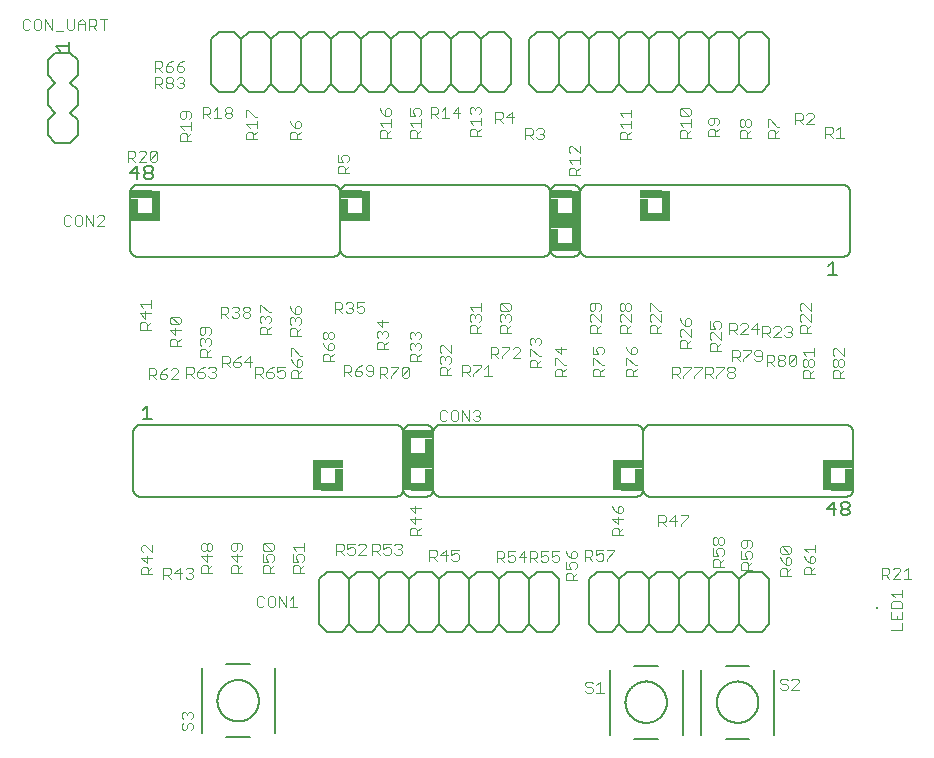
<source format=gtl>
G75*
%MOIN*%
%OFA0B0*%
%FSLAX25Y25*%
%IPPOS*%
%LPD*%
%AMOC8*
5,1,8,0,0,1.08239X$1,22.5*
%
%ADD10C,0.00600*%
%ADD11C,0.00400*%
%ADD12C,0.00500*%
%ADD13R,0.02500X0.02500*%
%ADD14R,0.02500X0.05000*%
%ADD15R,0.07500X0.02500*%
%ADD16R,0.10000X0.02500*%
%ADD17R,0.00984X0.00984*%
%ADD18C,0.00300*%
%ADD19C,0.00800*%
D10*
X0106500Y0059000D02*
X0109000Y0056500D01*
X0114000Y0056500D01*
X0116500Y0059000D01*
X0116500Y0074000D01*
X0119000Y0076500D01*
X0124000Y0076500D01*
X0126500Y0074000D01*
X0126500Y0059000D01*
X0129000Y0056500D01*
X0134000Y0056500D01*
X0136500Y0059000D01*
X0136500Y0074000D01*
X0139000Y0076500D01*
X0144000Y0076500D01*
X0146500Y0074000D01*
X0146500Y0059000D01*
X0149000Y0056500D01*
X0154000Y0056500D01*
X0156500Y0059000D01*
X0156500Y0074000D01*
X0159000Y0076500D01*
X0164000Y0076500D01*
X0166500Y0074000D01*
X0166500Y0059000D01*
X0164000Y0056500D01*
X0159000Y0056500D01*
X0156500Y0059000D01*
X0146500Y0059000D02*
X0144000Y0056500D01*
X0139000Y0056500D01*
X0136500Y0059000D01*
X0126500Y0059000D02*
X0124000Y0056500D01*
X0119000Y0056500D01*
X0116500Y0059000D01*
X0106500Y0059000D02*
X0106500Y0074000D01*
X0109000Y0076500D01*
X0114000Y0076500D01*
X0116500Y0074000D01*
X0126500Y0074000D02*
X0129000Y0076500D01*
X0134000Y0076500D01*
X0136500Y0074000D01*
X0146500Y0074000D02*
X0149000Y0076500D01*
X0154000Y0076500D01*
X0156500Y0074000D01*
X0166500Y0074000D02*
X0169000Y0076500D01*
X0174000Y0076500D01*
X0176500Y0074000D01*
X0179000Y0076500D01*
X0184000Y0076500D01*
X0186500Y0074000D01*
X0186500Y0059000D01*
X0184000Y0056500D01*
X0179000Y0056500D01*
X0176500Y0059000D01*
X0176500Y0074000D01*
X0176500Y0059000D02*
X0174000Y0056500D01*
X0169000Y0056500D01*
X0166500Y0059000D01*
X0196500Y0059000D02*
X0196500Y0074000D01*
X0199000Y0076500D01*
X0204000Y0076500D01*
X0206500Y0074000D01*
X0206500Y0059000D01*
X0209000Y0056500D01*
X0214000Y0056500D01*
X0216500Y0059000D01*
X0216500Y0074000D01*
X0219000Y0076500D01*
X0224000Y0076500D01*
X0226500Y0074000D01*
X0226500Y0059000D01*
X0229000Y0056500D01*
X0234000Y0056500D01*
X0236500Y0059000D01*
X0236500Y0074000D01*
X0239000Y0076500D01*
X0244000Y0076500D01*
X0246500Y0074000D01*
X0246500Y0059000D01*
X0244000Y0056500D01*
X0239000Y0056500D01*
X0236500Y0059000D01*
X0226500Y0059000D02*
X0224000Y0056500D01*
X0219000Y0056500D01*
X0216500Y0059000D01*
X0206500Y0059000D02*
X0204000Y0056500D01*
X0199000Y0056500D01*
X0196500Y0059000D01*
X0206500Y0074000D02*
X0209000Y0076500D01*
X0214000Y0076500D01*
X0216500Y0074000D01*
X0226500Y0074000D02*
X0229000Y0076500D01*
X0234000Y0076500D01*
X0236500Y0074000D01*
X0246500Y0074000D02*
X0249000Y0076500D01*
X0254000Y0076500D01*
X0256500Y0074000D01*
X0256500Y0059000D01*
X0254000Y0056500D01*
X0249000Y0056500D01*
X0246500Y0059000D01*
X0217000Y0101500D02*
X0282000Y0101500D01*
X0282098Y0101502D01*
X0282196Y0101508D01*
X0282294Y0101517D01*
X0282391Y0101531D01*
X0282488Y0101548D01*
X0282584Y0101569D01*
X0282679Y0101594D01*
X0282773Y0101622D01*
X0282865Y0101655D01*
X0282957Y0101690D01*
X0283047Y0101730D01*
X0283135Y0101772D01*
X0283222Y0101819D01*
X0283306Y0101868D01*
X0283389Y0101921D01*
X0283469Y0101977D01*
X0283548Y0102037D01*
X0283624Y0102099D01*
X0283697Y0102164D01*
X0283768Y0102232D01*
X0283836Y0102303D01*
X0283901Y0102376D01*
X0283963Y0102452D01*
X0284023Y0102531D01*
X0284079Y0102611D01*
X0284132Y0102694D01*
X0284181Y0102778D01*
X0284228Y0102865D01*
X0284270Y0102953D01*
X0284310Y0103043D01*
X0284345Y0103135D01*
X0284378Y0103227D01*
X0284406Y0103321D01*
X0284431Y0103416D01*
X0284452Y0103512D01*
X0284469Y0103609D01*
X0284483Y0103706D01*
X0284492Y0103804D01*
X0284498Y0103902D01*
X0284500Y0104000D01*
X0284500Y0123000D01*
X0284498Y0123098D01*
X0284492Y0123196D01*
X0284483Y0123294D01*
X0284469Y0123391D01*
X0284452Y0123488D01*
X0284431Y0123584D01*
X0284406Y0123679D01*
X0284378Y0123773D01*
X0284345Y0123865D01*
X0284310Y0123957D01*
X0284270Y0124047D01*
X0284228Y0124135D01*
X0284181Y0124222D01*
X0284132Y0124306D01*
X0284079Y0124389D01*
X0284023Y0124469D01*
X0283963Y0124548D01*
X0283901Y0124624D01*
X0283836Y0124697D01*
X0283768Y0124768D01*
X0283697Y0124836D01*
X0283624Y0124901D01*
X0283548Y0124963D01*
X0283469Y0125023D01*
X0283389Y0125079D01*
X0283306Y0125132D01*
X0283222Y0125181D01*
X0283135Y0125228D01*
X0283047Y0125270D01*
X0282957Y0125310D01*
X0282865Y0125345D01*
X0282773Y0125378D01*
X0282679Y0125406D01*
X0282584Y0125431D01*
X0282488Y0125452D01*
X0282391Y0125469D01*
X0282294Y0125483D01*
X0282196Y0125492D01*
X0282098Y0125498D01*
X0282000Y0125500D01*
X0217000Y0125500D01*
X0216902Y0125498D01*
X0216804Y0125492D01*
X0216706Y0125483D01*
X0216609Y0125469D01*
X0216512Y0125452D01*
X0216416Y0125431D01*
X0216321Y0125406D01*
X0216227Y0125378D01*
X0216135Y0125345D01*
X0216043Y0125310D01*
X0215953Y0125270D01*
X0215865Y0125228D01*
X0215778Y0125181D01*
X0215694Y0125132D01*
X0215611Y0125079D01*
X0215531Y0125023D01*
X0215452Y0124963D01*
X0215376Y0124901D01*
X0215303Y0124836D01*
X0215232Y0124768D01*
X0215164Y0124697D01*
X0215099Y0124624D01*
X0215037Y0124548D01*
X0214977Y0124469D01*
X0214921Y0124389D01*
X0214868Y0124306D01*
X0214819Y0124222D01*
X0214772Y0124135D01*
X0214730Y0124047D01*
X0214690Y0123957D01*
X0214655Y0123865D01*
X0214622Y0123773D01*
X0214594Y0123679D01*
X0214569Y0123584D01*
X0214548Y0123488D01*
X0214531Y0123391D01*
X0214517Y0123294D01*
X0214508Y0123196D01*
X0214502Y0123098D01*
X0214500Y0123000D01*
X0214500Y0104000D01*
X0214498Y0103902D01*
X0214492Y0103804D01*
X0214483Y0103706D01*
X0214469Y0103609D01*
X0214452Y0103512D01*
X0214431Y0103416D01*
X0214406Y0103321D01*
X0214378Y0103227D01*
X0214345Y0103135D01*
X0214310Y0103043D01*
X0214270Y0102953D01*
X0214228Y0102865D01*
X0214181Y0102778D01*
X0214132Y0102694D01*
X0214079Y0102611D01*
X0214023Y0102531D01*
X0213963Y0102452D01*
X0213901Y0102376D01*
X0213836Y0102303D01*
X0213768Y0102232D01*
X0213697Y0102164D01*
X0213624Y0102099D01*
X0213548Y0102037D01*
X0213469Y0101977D01*
X0213389Y0101921D01*
X0213306Y0101868D01*
X0213222Y0101819D01*
X0213135Y0101772D01*
X0213047Y0101730D01*
X0212957Y0101690D01*
X0212865Y0101655D01*
X0212773Y0101622D01*
X0212679Y0101594D01*
X0212584Y0101569D01*
X0212488Y0101548D01*
X0212391Y0101531D01*
X0212294Y0101517D01*
X0212196Y0101508D01*
X0212098Y0101502D01*
X0212000Y0101500D01*
X0147000Y0101500D01*
X0146902Y0101502D01*
X0146804Y0101508D01*
X0146706Y0101517D01*
X0146609Y0101531D01*
X0146512Y0101548D01*
X0146416Y0101569D01*
X0146321Y0101594D01*
X0146227Y0101622D01*
X0146135Y0101655D01*
X0146043Y0101690D01*
X0145953Y0101730D01*
X0145865Y0101772D01*
X0145778Y0101819D01*
X0145694Y0101868D01*
X0145611Y0101921D01*
X0145531Y0101977D01*
X0145452Y0102037D01*
X0145376Y0102099D01*
X0145303Y0102164D01*
X0145232Y0102232D01*
X0145164Y0102303D01*
X0145099Y0102376D01*
X0145037Y0102452D01*
X0144977Y0102531D01*
X0144921Y0102611D01*
X0144868Y0102694D01*
X0144819Y0102778D01*
X0144772Y0102865D01*
X0144730Y0102953D01*
X0144690Y0103043D01*
X0144655Y0103135D01*
X0144622Y0103227D01*
X0144594Y0103321D01*
X0144569Y0103416D01*
X0144548Y0103512D01*
X0144531Y0103609D01*
X0144517Y0103706D01*
X0144508Y0103804D01*
X0144502Y0103902D01*
X0144500Y0104000D01*
X0144500Y0123000D01*
X0144498Y0123098D01*
X0144492Y0123196D01*
X0144483Y0123294D01*
X0144469Y0123391D01*
X0144452Y0123488D01*
X0144431Y0123584D01*
X0144406Y0123679D01*
X0144378Y0123773D01*
X0144345Y0123865D01*
X0144310Y0123957D01*
X0144270Y0124047D01*
X0144228Y0124135D01*
X0144181Y0124222D01*
X0144132Y0124306D01*
X0144079Y0124389D01*
X0144023Y0124469D01*
X0143963Y0124548D01*
X0143901Y0124624D01*
X0143836Y0124697D01*
X0143768Y0124768D01*
X0143697Y0124836D01*
X0143624Y0124901D01*
X0143548Y0124963D01*
X0143469Y0125023D01*
X0143389Y0125079D01*
X0143306Y0125132D01*
X0143222Y0125181D01*
X0143135Y0125228D01*
X0143047Y0125270D01*
X0142957Y0125310D01*
X0142865Y0125345D01*
X0142773Y0125378D01*
X0142679Y0125406D01*
X0142584Y0125431D01*
X0142488Y0125452D01*
X0142391Y0125469D01*
X0142294Y0125483D01*
X0142196Y0125492D01*
X0142098Y0125498D01*
X0142000Y0125500D01*
X0137000Y0125500D01*
X0136902Y0125498D01*
X0136804Y0125492D01*
X0136706Y0125483D01*
X0136609Y0125469D01*
X0136512Y0125452D01*
X0136416Y0125431D01*
X0136321Y0125406D01*
X0136227Y0125378D01*
X0136135Y0125345D01*
X0136043Y0125310D01*
X0135953Y0125270D01*
X0135865Y0125228D01*
X0135778Y0125181D01*
X0135694Y0125132D01*
X0135611Y0125079D01*
X0135531Y0125023D01*
X0135452Y0124963D01*
X0135376Y0124901D01*
X0135303Y0124836D01*
X0135232Y0124768D01*
X0135164Y0124697D01*
X0135099Y0124624D01*
X0135037Y0124548D01*
X0134977Y0124469D01*
X0134921Y0124389D01*
X0134868Y0124306D01*
X0134819Y0124222D01*
X0134772Y0124135D01*
X0134730Y0124047D01*
X0134690Y0123957D01*
X0134655Y0123865D01*
X0134622Y0123773D01*
X0134594Y0123679D01*
X0134569Y0123584D01*
X0134548Y0123488D01*
X0134531Y0123391D01*
X0134517Y0123294D01*
X0134508Y0123196D01*
X0134502Y0123098D01*
X0134500Y0123000D01*
X0134500Y0104000D01*
X0134498Y0103902D01*
X0134492Y0103804D01*
X0134483Y0103706D01*
X0134469Y0103609D01*
X0134452Y0103512D01*
X0134431Y0103416D01*
X0134406Y0103321D01*
X0134378Y0103227D01*
X0134345Y0103135D01*
X0134310Y0103043D01*
X0134270Y0102953D01*
X0134228Y0102865D01*
X0134181Y0102778D01*
X0134132Y0102694D01*
X0134079Y0102611D01*
X0134023Y0102531D01*
X0133963Y0102452D01*
X0133901Y0102376D01*
X0133836Y0102303D01*
X0133768Y0102232D01*
X0133697Y0102164D01*
X0133624Y0102099D01*
X0133548Y0102037D01*
X0133469Y0101977D01*
X0133389Y0101921D01*
X0133306Y0101868D01*
X0133222Y0101819D01*
X0133135Y0101772D01*
X0133047Y0101730D01*
X0132957Y0101690D01*
X0132865Y0101655D01*
X0132773Y0101622D01*
X0132679Y0101594D01*
X0132584Y0101569D01*
X0132488Y0101548D01*
X0132391Y0101531D01*
X0132294Y0101517D01*
X0132196Y0101508D01*
X0132098Y0101502D01*
X0132000Y0101500D01*
X0047000Y0101500D01*
X0046902Y0101502D01*
X0046804Y0101508D01*
X0046706Y0101517D01*
X0046609Y0101531D01*
X0046512Y0101548D01*
X0046416Y0101569D01*
X0046321Y0101594D01*
X0046227Y0101622D01*
X0046135Y0101655D01*
X0046043Y0101690D01*
X0045953Y0101730D01*
X0045865Y0101772D01*
X0045778Y0101819D01*
X0045694Y0101868D01*
X0045611Y0101921D01*
X0045531Y0101977D01*
X0045452Y0102037D01*
X0045376Y0102099D01*
X0045303Y0102164D01*
X0045232Y0102232D01*
X0045164Y0102303D01*
X0045099Y0102376D01*
X0045037Y0102452D01*
X0044977Y0102531D01*
X0044921Y0102611D01*
X0044868Y0102694D01*
X0044819Y0102778D01*
X0044772Y0102865D01*
X0044730Y0102953D01*
X0044690Y0103043D01*
X0044655Y0103135D01*
X0044622Y0103227D01*
X0044594Y0103321D01*
X0044569Y0103416D01*
X0044548Y0103512D01*
X0044531Y0103609D01*
X0044517Y0103706D01*
X0044508Y0103804D01*
X0044502Y0103902D01*
X0044500Y0104000D01*
X0044500Y0123000D01*
X0044502Y0123098D01*
X0044508Y0123196D01*
X0044517Y0123294D01*
X0044531Y0123391D01*
X0044548Y0123488D01*
X0044569Y0123584D01*
X0044594Y0123679D01*
X0044622Y0123773D01*
X0044655Y0123865D01*
X0044690Y0123957D01*
X0044730Y0124047D01*
X0044772Y0124135D01*
X0044819Y0124222D01*
X0044868Y0124306D01*
X0044921Y0124389D01*
X0044977Y0124469D01*
X0045037Y0124548D01*
X0045099Y0124624D01*
X0045164Y0124697D01*
X0045232Y0124768D01*
X0045303Y0124836D01*
X0045376Y0124901D01*
X0045452Y0124963D01*
X0045531Y0125023D01*
X0045611Y0125079D01*
X0045694Y0125132D01*
X0045778Y0125181D01*
X0045865Y0125228D01*
X0045953Y0125270D01*
X0046043Y0125310D01*
X0046135Y0125345D01*
X0046227Y0125378D01*
X0046321Y0125406D01*
X0046416Y0125431D01*
X0046512Y0125452D01*
X0046609Y0125469D01*
X0046706Y0125483D01*
X0046804Y0125492D01*
X0046902Y0125498D01*
X0047000Y0125500D01*
X0132000Y0125500D01*
X0132098Y0125498D01*
X0132196Y0125492D01*
X0132294Y0125483D01*
X0132391Y0125469D01*
X0132488Y0125452D01*
X0132584Y0125431D01*
X0132679Y0125406D01*
X0132773Y0125378D01*
X0132865Y0125345D01*
X0132957Y0125310D01*
X0133047Y0125270D01*
X0133135Y0125228D01*
X0133222Y0125181D01*
X0133306Y0125132D01*
X0133389Y0125079D01*
X0133469Y0125023D01*
X0133548Y0124963D01*
X0133624Y0124901D01*
X0133697Y0124836D01*
X0133768Y0124768D01*
X0133836Y0124697D01*
X0133901Y0124624D01*
X0133963Y0124548D01*
X0134023Y0124469D01*
X0134079Y0124389D01*
X0134132Y0124306D01*
X0134181Y0124222D01*
X0134228Y0124135D01*
X0134270Y0124047D01*
X0134310Y0123957D01*
X0134345Y0123865D01*
X0134378Y0123773D01*
X0134406Y0123679D01*
X0134431Y0123584D01*
X0134452Y0123488D01*
X0134469Y0123391D01*
X0134483Y0123294D01*
X0134492Y0123196D01*
X0134498Y0123098D01*
X0134500Y0123000D01*
X0144500Y0123000D02*
X0144502Y0123098D01*
X0144508Y0123196D01*
X0144517Y0123294D01*
X0144531Y0123391D01*
X0144548Y0123488D01*
X0144569Y0123584D01*
X0144594Y0123679D01*
X0144622Y0123773D01*
X0144655Y0123865D01*
X0144690Y0123957D01*
X0144730Y0124047D01*
X0144772Y0124135D01*
X0144819Y0124222D01*
X0144868Y0124306D01*
X0144921Y0124389D01*
X0144977Y0124469D01*
X0145037Y0124548D01*
X0145099Y0124624D01*
X0145164Y0124697D01*
X0145232Y0124768D01*
X0145303Y0124836D01*
X0145376Y0124901D01*
X0145452Y0124963D01*
X0145531Y0125023D01*
X0145611Y0125079D01*
X0145694Y0125132D01*
X0145778Y0125181D01*
X0145865Y0125228D01*
X0145953Y0125270D01*
X0146043Y0125310D01*
X0146135Y0125345D01*
X0146227Y0125378D01*
X0146321Y0125406D01*
X0146416Y0125431D01*
X0146512Y0125452D01*
X0146609Y0125469D01*
X0146706Y0125483D01*
X0146804Y0125492D01*
X0146902Y0125498D01*
X0147000Y0125500D01*
X0212000Y0125500D01*
X0212098Y0125498D01*
X0212196Y0125492D01*
X0212294Y0125483D01*
X0212391Y0125469D01*
X0212488Y0125452D01*
X0212584Y0125431D01*
X0212679Y0125406D01*
X0212773Y0125378D01*
X0212865Y0125345D01*
X0212957Y0125310D01*
X0213047Y0125270D01*
X0213135Y0125228D01*
X0213222Y0125181D01*
X0213306Y0125132D01*
X0213389Y0125079D01*
X0213469Y0125023D01*
X0213548Y0124963D01*
X0213624Y0124901D01*
X0213697Y0124836D01*
X0213768Y0124768D01*
X0213836Y0124697D01*
X0213901Y0124624D01*
X0213963Y0124548D01*
X0214023Y0124469D01*
X0214079Y0124389D01*
X0214132Y0124306D01*
X0214181Y0124222D01*
X0214228Y0124135D01*
X0214270Y0124047D01*
X0214310Y0123957D01*
X0214345Y0123865D01*
X0214378Y0123773D01*
X0214406Y0123679D01*
X0214431Y0123584D01*
X0214452Y0123488D01*
X0214469Y0123391D01*
X0214483Y0123294D01*
X0214492Y0123196D01*
X0214498Y0123098D01*
X0214500Y0123000D01*
X0214500Y0104000D02*
X0214502Y0103902D01*
X0214508Y0103804D01*
X0214517Y0103706D01*
X0214531Y0103609D01*
X0214548Y0103512D01*
X0214569Y0103416D01*
X0214594Y0103321D01*
X0214622Y0103227D01*
X0214655Y0103135D01*
X0214690Y0103043D01*
X0214730Y0102953D01*
X0214772Y0102865D01*
X0214819Y0102778D01*
X0214868Y0102694D01*
X0214921Y0102611D01*
X0214977Y0102531D01*
X0215037Y0102452D01*
X0215099Y0102376D01*
X0215164Y0102303D01*
X0215232Y0102232D01*
X0215303Y0102164D01*
X0215376Y0102099D01*
X0215452Y0102037D01*
X0215531Y0101977D01*
X0215611Y0101921D01*
X0215694Y0101868D01*
X0215778Y0101819D01*
X0215865Y0101772D01*
X0215953Y0101730D01*
X0216043Y0101690D01*
X0216135Y0101655D01*
X0216227Y0101622D01*
X0216321Y0101594D01*
X0216416Y0101569D01*
X0216512Y0101548D01*
X0216609Y0101531D01*
X0216706Y0101517D01*
X0216804Y0101508D01*
X0216902Y0101502D01*
X0217000Y0101500D01*
X0142000Y0101500D02*
X0137000Y0101500D01*
X0136902Y0101502D01*
X0136804Y0101508D01*
X0136706Y0101517D01*
X0136609Y0101531D01*
X0136512Y0101548D01*
X0136416Y0101569D01*
X0136321Y0101594D01*
X0136227Y0101622D01*
X0136135Y0101655D01*
X0136043Y0101690D01*
X0135953Y0101730D01*
X0135865Y0101772D01*
X0135778Y0101819D01*
X0135694Y0101868D01*
X0135611Y0101921D01*
X0135531Y0101977D01*
X0135452Y0102037D01*
X0135376Y0102099D01*
X0135303Y0102164D01*
X0135232Y0102232D01*
X0135164Y0102303D01*
X0135099Y0102376D01*
X0135037Y0102452D01*
X0134977Y0102531D01*
X0134921Y0102611D01*
X0134868Y0102694D01*
X0134819Y0102778D01*
X0134772Y0102865D01*
X0134730Y0102953D01*
X0134690Y0103043D01*
X0134655Y0103135D01*
X0134622Y0103227D01*
X0134594Y0103321D01*
X0134569Y0103416D01*
X0134548Y0103512D01*
X0134531Y0103609D01*
X0134517Y0103706D01*
X0134508Y0103804D01*
X0134502Y0103902D01*
X0134500Y0104000D01*
X0142000Y0101500D02*
X0142098Y0101502D01*
X0142196Y0101508D01*
X0142294Y0101517D01*
X0142391Y0101531D01*
X0142488Y0101548D01*
X0142584Y0101569D01*
X0142679Y0101594D01*
X0142773Y0101622D01*
X0142865Y0101655D01*
X0142957Y0101690D01*
X0143047Y0101730D01*
X0143135Y0101772D01*
X0143222Y0101819D01*
X0143306Y0101868D01*
X0143389Y0101921D01*
X0143469Y0101977D01*
X0143548Y0102037D01*
X0143624Y0102099D01*
X0143697Y0102164D01*
X0143768Y0102232D01*
X0143836Y0102303D01*
X0143901Y0102376D01*
X0143963Y0102452D01*
X0144023Y0102531D01*
X0144079Y0102611D01*
X0144132Y0102694D01*
X0144181Y0102778D01*
X0144228Y0102865D01*
X0144270Y0102953D01*
X0144310Y0103043D01*
X0144345Y0103135D01*
X0144378Y0103227D01*
X0144406Y0103321D01*
X0144431Y0103416D01*
X0144452Y0103512D01*
X0144469Y0103609D01*
X0144483Y0103706D01*
X0144492Y0103804D01*
X0144498Y0103902D01*
X0144500Y0104000D01*
X0116000Y0181500D02*
X0181000Y0181500D01*
X0181098Y0181502D01*
X0181196Y0181508D01*
X0181294Y0181517D01*
X0181391Y0181531D01*
X0181488Y0181548D01*
X0181584Y0181569D01*
X0181679Y0181594D01*
X0181773Y0181622D01*
X0181865Y0181655D01*
X0181957Y0181690D01*
X0182047Y0181730D01*
X0182135Y0181772D01*
X0182222Y0181819D01*
X0182306Y0181868D01*
X0182389Y0181921D01*
X0182469Y0181977D01*
X0182548Y0182037D01*
X0182624Y0182099D01*
X0182697Y0182164D01*
X0182768Y0182232D01*
X0182836Y0182303D01*
X0182901Y0182376D01*
X0182963Y0182452D01*
X0183023Y0182531D01*
X0183079Y0182611D01*
X0183132Y0182694D01*
X0183181Y0182778D01*
X0183228Y0182865D01*
X0183270Y0182953D01*
X0183310Y0183043D01*
X0183345Y0183135D01*
X0183378Y0183227D01*
X0183406Y0183321D01*
X0183431Y0183416D01*
X0183452Y0183512D01*
X0183469Y0183609D01*
X0183483Y0183706D01*
X0183492Y0183804D01*
X0183498Y0183902D01*
X0183500Y0184000D01*
X0183500Y0203000D01*
X0183498Y0203098D01*
X0183492Y0203196D01*
X0183483Y0203294D01*
X0183469Y0203391D01*
X0183452Y0203488D01*
X0183431Y0203584D01*
X0183406Y0203679D01*
X0183378Y0203773D01*
X0183345Y0203865D01*
X0183310Y0203957D01*
X0183270Y0204047D01*
X0183228Y0204135D01*
X0183181Y0204222D01*
X0183132Y0204306D01*
X0183079Y0204389D01*
X0183023Y0204469D01*
X0182963Y0204548D01*
X0182901Y0204624D01*
X0182836Y0204697D01*
X0182768Y0204768D01*
X0182697Y0204836D01*
X0182624Y0204901D01*
X0182548Y0204963D01*
X0182469Y0205023D01*
X0182389Y0205079D01*
X0182306Y0205132D01*
X0182222Y0205181D01*
X0182135Y0205228D01*
X0182047Y0205270D01*
X0181957Y0205310D01*
X0181865Y0205345D01*
X0181773Y0205378D01*
X0181679Y0205406D01*
X0181584Y0205431D01*
X0181488Y0205452D01*
X0181391Y0205469D01*
X0181294Y0205483D01*
X0181196Y0205492D01*
X0181098Y0205498D01*
X0181000Y0205500D01*
X0116000Y0205500D01*
X0115902Y0205498D01*
X0115804Y0205492D01*
X0115706Y0205483D01*
X0115609Y0205469D01*
X0115512Y0205452D01*
X0115416Y0205431D01*
X0115321Y0205406D01*
X0115227Y0205378D01*
X0115135Y0205345D01*
X0115043Y0205310D01*
X0114953Y0205270D01*
X0114865Y0205228D01*
X0114778Y0205181D01*
X0114694Y0205132D01*
X0114611Y0205079D01*
X0114531Y0205023D01*
X0114452Y0204963D01*
X0114376Y0204901D01*
X0114303Y0204836D01*
X0114232Y0204768D01*
X0114164Y0204697D01*
X0114099Y0204624D01*
X0114037Y0204548D01*
X0113977Y0204469D01*
X0113921Y0204389D01*
X0113868Y0204306D01*
X0113819Y0204222D01*
X0113772Y0204135D01*
X0113730Y0204047D01*
X0113690Y0203957D01*
X0113655Y0203865D01*
X0113622Y0203773D01*
X0113594Y0203679D01*
X0113569Y0203584D01*
X0113548Y0203488D01*
X0113531Y0203391D01*
X0113517Y0203294D01*
X0113508Y0203196D01*
X0113502Y0203098D01*
X0113500Y0203000D01*
X0113500Y0184000D01*
X0113502Y0183902D01*
X0113508Y0183804D01*
X0113517Y0183706D01*
X0113531Y0183609D01*
X0113548Y0183512D01*
X0113569Y0183416D01*
X0113594Y0183321D01*
X0113622Y0183227D01*
X0113655Y0183135D01*
X0113690Y0183043D01*
X0113730Y0182953D01*
X0113772Y0182865D01*
X0113819Y0182778D01*
X0113868Y0182694D01*
X0113921Y0182611D01*
X0113977Y0182531D01*
X0114037Y0182452D01*
X0114099Y0182376D01*
X0114164Y0182303D01*
X0114232Y0182232D01*
X0114303Y0182164D01*
X0114376Y0182099D01*
X0114452Y0182037D01*
X0114531Y0181977D01*
X0114611Y0181921D01*
X0114694Y0181868D01*
X0114778Y0181819D01*
X0114865Y0181772D01*
X0114953Y0181730D01*
X0115043Y0181690D01*
X0115135Y0181655D01*
X0115227Y0181622D01*
X0115321Y0181594D01*
X0115416Y0181569D01*
X0115512Y0181548D01*
X0115609Y0181531D01*
X0115706Y0181517D01*
X0115804Y0181508D01*
X0115902Y0181502D01*
X0116000Y0181500D01*
X0111000Y0181500D02*
X0046000Y0181500D01*
X0045902Y0181502D01*
X0045804Y0181508D01*
X0045706Y0181517D01*
X0045609Y0181531D01*
X0045512Y0181548D01*
X0045416Y0181569D01*
X0045321Y0181594D01*
X0045227Y0181622D01*
X0045135Y0181655D01*
X0045043Y0181690D01*
X0044953Y0181730D01*
X0044865Y0181772D01*
X0044778Y0181819D01*
X0044694Y0181868D01*
X0044611Y0181921D01*
X0044531Y0181977D01*
X0044452Y0182037D01*
X0044376Y0182099D01*
X0044303Y0182164D01*
X0044232Y0182232D01*
X0044164Y0182303D01*
X0044099Y0182376D01*
X0044037Y0182452D01*
X0043977Y0182531D01*
X0043921Y0182611D01*
X0043868Y0182694D01*
X0043819Y0182778D01*
X0043772Y0182865D01*
X0043730Y0182953D01*
X0043690Y0183043D01*
X0043655Y0183135D01*
X0043622Y0183227D01*
X0043594Y0183321D01*
X0043569Y0183416D01*
X0043548Y0183512D01*
X0043531Y0183609D01*
X0043517Y0183706D01*
X0043508Y0183804D01*
X0043502Y0183902D01*
X0043500Y0184000D01*
X0043500Y0203000D01*
X0043502Y0203098D01*
X0043508Y0203196D01*
X0043517Y0203294D01*
X0043531Y0203391D01*
X0043548Y0203488D01*
X0043569Y0203584D01*
X0043594Y0203679D01*
X0043622Y0203773D01*
X0043655Y0203865D01*
X0043690Y0203957D01*
X0043730Y0204047D01*
X0043772Y0204135D01*
X0043819Y0204222D01*
X0043868Y0204306D01*
X0043921Y0204389D01*
X0043977Y0204469D01*
X0044037Y0204548D01*
X0044099Y0204624D01*
X0044164Y0204697D01*
X0044232Y0204768D01*
X0044303Y0204836D01*
X0044376Y0204901D01*
X0044452Y0204963D01*
X0044531Y0205023D01*
X0044611Y0205079D01*
X0044694Y0205132D01*
X0044778Y0205181D01*
X0044865Y0205228D01*
X0044953Y0205270D01*
X0045043Y0205310D01*
X0045135Y0205345D01*
X0045227Y0205378D01*
X0045321Y0205406D01*
X0045416Y0205431D01*
X0045512Y0205452D01*
X0045609Y0205469D01*
X0045706Y0205483D01*
X0045804Y0205492D01*
X0045902Y0205498D01*
X0046000Y0205500D01*
X0111000Y0205500D01*
X0111098Y0205498D01*
X0111196Y0205492D01*
X0111294Y0205483D01*
X0111391Y0205469D01*
X0111488Y0205452D01*
X0111584Y0205431D01*
X0111679Y0205406D01*
X0111773Y0205378D01*
X0111865Y0205345D01*
X0111957Y0205310D01*
X0112047Y0205270D01*
X0112135Y0205228D01*
X0112222Y0205181D01*
X0112306Y0205132D01*
X0112389Y0205079D01*
X0112469Y0205023D01*
X0112548Y0204963D01*
X0112624Y0204901D01*
X0112697Y0204836D01*
X0112768Y0204768D01*
X0112836Y0204697D01*
X0112901Y0204624D01*
X0112963Y0204548D01*
X0113023Y0204469D01*
X0113079Y0204389D01*
X0113132Y0204306D01*
X0113181Y0204222D01*
X0113228Y0204135D01*
X0113270Y0204047D01*
X0113310Y0203957D01*
X0113345Y0203865D01*
X0113378Y0203773D01*
X0113406Y0203679D01*
X0113431Y0203584D01*
X0113452Y0203488D01*
X0113469Y0203391D01*
X0113483Y0203294D01*
X0113492Y0203196D01*
X0113498Y0203098D01*
X0113500Y0203000D01*
X0113500Y0184000D02*
X0113498Y0183902D01*
X0113492Y0183804D01*
X0113483Y0183706D01*
X0113469Y0183609D01*
X0113452Y0183512D01*
X0113431Y0183416D01*
X0113406Y0183321D01*
X0113378Y0183227D01*
X0113345Y0183135D01*
X0113310Y0183043D01*
X0113270Y0182953D01*
X0113228Y0182865D01*
X0113181Y0182778D01*
X0113132Y0182694D01*
X0113079Y0182611D01*
X0113023Y0182531D01*
X0112963Y0182452D01*
X0112901Y0182376D01*
X0112836Y0182303D01*
X0112768Y0182232D01*
X0112697Y0182164D01*
X0112624Y0182099D01*
X0112548Y0182037D01*
X0112469Y0181977D01*
X0112389Y0181921D01*
X0112306Y0181868D01*
X0112222Y0181819D01*
X0112135Y0181772D01*
X0112047Y0181730D01*
X0111957Y0181690D01*
X0111865Y0181655D01*
X0111773Y0181622D01*
X0111679Y0181594D01*
X0111584Y0181569D01*
X0111488Y0181548D01*
X0111391Y0181531D01*
X0111294Y0181517D01*
X0111196Y0181508D01*
X0111098Y0181502D01*
X0111000Y0181500D01*
X0113000Y0236500D02*
X0118000Y0236500D01*
X0120500Y0239000D01*
X0120500Y0254000D01*
X0123000Y0256500D01*
X0128000Y0256500D01*
X0130500Y0254000D01*
X0130500Y0239000D01*
X0133000Y0236500D01*
X0138000Y0236500D01*
X0140500Y0239000D01*
X0140500Y0254000D01*
X0143000Y0256500D01*
X0148000Y0256500D01*
X0150500Y0254000D01*
X0150500Y0239000D01*
X0148000Y0236500D01*
X0143000Y0236500D01*
X0140500Y0239000D01*
X0130500Y0239000D02*
X0128000Y0236500D01*
X0123000Y0236500D01*
X0120500Y0239000D01*
X0113000Y0236500D02*
X0110500Y0239000D01*
X0110500Y0254000D01*
X0113000Y0256500D01*
X0118000Y0256500D01*
X0120500Y0254000D01*
X0110500Y0254000D02*
X0108000Y0256500D01*
X0103000Y0256500D01*
X0100500Y0254000D01*
X0100500Y0239000D01*
X0103000Y0236500D01*
X0108000Y0236500D01*
X0110500Y0239000D01*
X0100500Y0239000D02*
X0098000Y0236500D01*
X0093000Y0236500D01*
X0090500Y0239000D01*
X0090500Y0254000D01*
X0093000Y0256500D01*
X0098000Y0256500D01*
X0100500Y0254000D01*
X0090500Y0254000D02*
X0088000Y0256500D01*
X0083000Y0256500D01*
X0080500Y0254000D01*
X0080500Y0239000D01*
X0083000Y0236500D01*
X0088000Y0236500D01*
X0090500Y0239000D01*
X0080500Y0239000D02*
X0078000Y0236500D01*
X0073000Y0236500D01*
X0070500Y0239000D01*
X0070500Y0254000D01*
X0073000Y0256500D01*
X0078000Y0256500D01*
X0080500Y0254000D01*
X0130500Y0254000D02*
X0133000Y0256500D01*
X0138000Y0256500D01*
X0140500Y0254000D01*
X0150500Y0254000D02*
X0153000Y0256500D01*
X0158000Y0256500D01*
X0160500Y0254000D01*
X0163000Y0256500D01*
X0168000Y0256500D01*
X0170500Y0254000D01*
X0170500Y0239000D01*
X0168000Y0236500D01*
X0163000Y0236500D01*
X0160500Y0239000D01*
X0160500Y0254000D01*
X0160500Y0239000D02*
X0158000Y0236500D01*
X0153000Y0236500D01*
X0150500Y0239000D01*
X0176500Y0239000D02*
X0176500Y0254000D01*
X0179000Y0256500D01*
X0184000Y0256500D01*
X0186500Y0254000D01*
X0186500Y0239000D01*
X0189000Y0236500D01*
X0194000Y0236500D01*
X0196500Y0239000D01*
X0196500Y0254000D01*
X0199000Y0256500D01*
X0204000Y0256500D01*
X0206500Y0254000D01*
X0206500Y0239000D01*
X0209000Y0236500D01*
X0214000Y0236500D01*
X0216500Y0239000D01*
X0216500Y0254000D01*
X0219000Y0256500D01*
X0224000Y0256500D01*
X0226500Y0254000D01*
X0226500Y0239000D01*
X0224000Y0236500D01*
X0219000Y0236500D01*
X0216500Y0239000D01*
X0226500Y0239000D02*
X0229000Y0236500D01*
X0234000Y0236500D01*
X0236500Y0239000D01*
X0236500Y0254000D01*
X0239000Y0256500D01*
X0244000Y0256500D01*
X0246500Y0254000D01*
X0249000Y0256500D01*
X0254000Y0256500D01*
X0256500Y0254000D01*
X0256500Y0239000D01*
X0254000Y0236500D01*
X0249000Y0236500D01*
X0246500Y0239000D01*
X0246500Y0254000D01*
X0236500Y0254000D02*
X0234000Y0256500D01*
X0229000Y0256500D01*
X0226500Y0254000D01*
X0216500Y0254000D02*
X0214000Y0256500D01*
X0209000Y0256500D01*
X0206500Y0254000D01*
X0196500Y0254000D02*
X0194000Y0256500D01*
X0189000Y0256500D01*
X0186500Y0254000D01*
X0186500Y0239000D02*
X0184000Y0236500D01*
X0179000Y0236500D01*
X0176500Y0239000D01*
X0196500Y0239000D02*
X0199000Y0236500D01*
X0204000Y0236500D01*
X0206500Y0239000D01*
X0236500Y0239000D02*
X0239000Y0236500D01*
X0244000Y0236500D01*
X0246500Y0239000D01*
X0281000Y0205500D02*
X0196000Y0205500D01*
X0195902Y0205498D01*
X0195804Y0205492D01*
X0195706Y0205483D01*
X0195609Y0205469D01*
X0195512Y0205452D01*
X0195416Y0205431D01*
X0195321Y0205406D01*
X0195227Y0205378D01*
X0195135Y0205345D01*
X0195043Y0205310D01*
X0194953Y0205270D01*
X0194865Y0205228D01*
X0194778Y0205181D01*
X0194694Y0205132D01*
X0194611Y0205079D01*
X0194531Y0205023D01*
X0194452Y0204963D01*
X0194376Y0204901D01*
X0194303Y0204836D01*
X0194232Y0204768D01*
X0194164Y0204697D01*
X0194099Y0204624D01*
X0194037Y0204548D01*
X0193977Y0204469D01*
X0193921Y0204389D01*
X0193868Y0204306D01*
X0193819Y0204222D01*
X0193772Y0204135D01*
X0193730Y0204047D01*
X0193690Y0203957D01*
X0193655Y0203865D01*
X0193622Y0203773D01*
X0193594Y0203679D01*
X0193569Y0203584D01*
X0193548Y0203488D01*
X0193531Y0203391D01*
X0193517Y0203294D01*
X0193508Y0203196D01*
X0193502Y0203098D01*
X0193500Y0203000D01*
X0193500Y0184000D01*
X0193498Y0183902D01*
X0193492Y0183804D01*
X0193483Y0183706D01*
X0193469Y0183609D01*
X0193452Y0183512D01*
X0193431Y0183416D01*
X0193406Y0183321D01*
X0193378Y0183227D01*
X0193345Y0183135D01*
X0193310Y0183043D01*
X0193270Y0182953D01*
X0193228Y0182865D01*
X0193181Y0182778D01*
X0193132Y0182694D01*
X0193079Y0182611D01*
X0193023Y0182531D01*
X0192963Y0182452D01*
X0192901Y0182376D01*
X0192836Y0182303D01*
X0192768Y0182232D01*
X0192697Y0182164D01*
X0192624Y0182099D01*
X0192548Y0182037D01*
X0192469Y0181977D01*
X0192389Y0181921D01*
X0192306Y0181868D01*
X0192222Y0181819D01*
X0192135Y0181772D01*
X0192047Y0181730D01*
X0191957Y0181690D01*
X0191865Y0181655D01*
X0191773Y0181622D01*
X0191679Y0181594D01*
X0191584Y0181569D01*
X0191488Y0181548D01*
X0191391Y0181531D01*
X0191294Y0181517D01*
X0191196Y0181508D01*
X0191098Y0181502D01*
X0191000Y0181500D01*
X0186000Y0181500D01*
X0185902Y0181502D01*
X0185804Y0181508D01*
X0185706Y0181517D01*
X0185609Y0181531D01*
X0185512Y0181548D01*
X0185416Y0181569D01*
X0185321Y0181594D01*
X0185227Y0181622D01*
X0185135Y0181655D01*
X0185043Y0181690D01*
X0184953Y0181730D01*
X0184865Y0181772D01*
X0184778Y0181819D01*
X0184694Y0181868D01*
X0184611Y0181921D01*
X0184531Y0181977D01*
X0184452Y0182037D01*
X0184376Y0182099D01*
X0184303Y0182164D01*
X0184232Y0182232D01*
X0184164Y0182303D01*
X0184099Y0182376D01*
X0184037Y0182452D01*
X0183977Y0182531D01*
X0183921Y0182611D01*
X0183868Y0182694D01*
X0183819Y0182778D01*
X0183772Y0182865D01*
X0183730Y0182953D01*
X0183690Y0183043D01*
X0183655Y0183135D01*
X0183622Y0183227D01*
X0183594Y0183321D01*
X0183569Y0183416D01*
X0183548Y0183512D01*
X0183531Y0183609D01*
X0183517Y0183706D01*
X0183508Y0183804D01*
X0183502Y0183902D01*
X0183500Y0184000D01*
X0193500Y0184000D02*
X0193502Y0183902D01*
X0193508Y0183804D01*
X0193517Y0183706D01*
X0193531Y0183609D01*
X0193548Y0183512D01*
X0193569Y0183416D01*
X0193594Y0183321D01*
X0193622Y0183227D01*
X0193655Y0183135D01*
X0193690Y0183043D01*
X0193730Y0182953D01*
X0193772Y0182865D01*
X0193819Y0182778D01*
X0193868Y0182694D01*
X0193921Y0182611D01*
X0193977Y0182531D01*
X0194037Y0182452D01*
X0194099Y0182376D01*
X0194164Y0182303D01*
X0194232Y0182232D01*
X0194303Y0182164D01*
X0194376Y0182099D01*
X0194452Y0182037D01*
X0194531Y0181977D01*
X0194611Y0181921D01*
X0194694Y0181868D01*
X0194778Y0181819D01*
X0194865Y0181772D01*
X0194953Y0181730D01*
X0195043Y0181690D01*
X0195135Y0181655D01*
X0195227Y0181622D01*
X0195321Y0181594D01*
X0195416Y0181569D01*
X0195512Y0181548D01*
X0195609Y0181531D01*
X0195706Y0181517D01*
X0195804Y0181508D01*
X0195902Y0181502D01*
X0196000Y0181500D01*
X0281000Y0181500D01*
X0281098Y0181502D01*
X0281196Y0181508D01*
X0281294Y0181517D01*
X0281391Y0181531D01*
X0281488Y0181548D01*
X0281584Y0181569D01*
X0281679Y0181594D01*
X0281773Y0181622D01*
X0281865Y0181655D01*
X0281957Y0181690D01*
X0282047Y0181730D01*
X0282135Y0181772D01*
X0282222Y0181819D01*
X0282306Y0181868D01*
X0282389Y0181921D01*
X0282469Y0181977D01*
X0282548Y0182037D01*
X0282624Y0182099D01*
X0282697Y0182164D01*
X0282768Y0182232D01*
X0282836Y0182303D01*
X0282901Y0182376D01*
X0282963Y0182452D01*
X0283023Y0182531D01*
X0283079Y0182611D01*
X0283132Y0182694D01*
X0283181Y0182778D01*
X0283228Y0182865D01*
X0283270Y0182953D01*
X0283310Y0183043D01*
X0283345Y0183135D01*
X0283378Y0183227D01*
X0283406Y0183321D01*
X0283431Y0183416D01*
X0283452Y0183512D01*
X0283469Y0183609D01*
X0283483Y0183706D01*
X0283492Y0183804D01*
X0283498Y0183902D01*
X0283500Y0184000D01*
X0283500Y0203000D01*
X0283498Y0203098D01*
X0283492Y0203196D01*
X0283483Y0203294D01*
X0283469Y0203391D01*
X0283452Y0203488D01*
X0283431Y0203584D01*
X0283406Y0203679D01*
X0283378Y0203773D01*
X0283345Y0203865D01*
X0283310Y0203957D01*
X0283270Y0204047D01*
X0283228Y0204135D01*
X0283181Y0204222D01*
X0283132Y0204306D01*
X0283079Y0204389D01*
X0283023Y0204469D01*
X0282963Y0204548D01*
X0282901Y0204624D01*
X0282836Y0204697D01*
X0282768Y0204768D01*
X0282697Y0204836D01*
X0282624Y0204901D01*
X0282548Y0204963D01*
X0282469Y0205023D01*
X0282389Y0205079D01*
X0282306Y0205132D01*
X0282222Y0205181D01*
X0282135Y0205228D01*
X0282047Y0205270D01*
X0281957Y0205310D01*
X0281865Y0205345D01*
X0281773Y0205378D01*
X0281679Y0205406D01*
X0281584Y0205431D01*
X0281488Y0205452D01*
X0281391Y0205469D01*
X0281294Y0205483D01*
X0281196Y0205492D01*
X0281098Y0205498D01*
X0281000Y0205500D01*
X0191000Y0205500D02*
X0186000Y0205500D01*
X0185902Y0205498D01*
X0185804Y0205492D01*
X0185706Y0205483D01*
X0185609Y0205469D01*
X0185512Y0205452D01*
X0185416Y0205431D01*
X0185321Y0205406D01*
X0185227Y0205378D01*
X0185135Y0205345D01*
X0185043Y0205310D01*
X0184953Y0205270D01*
X0184865Y0205228D01*
X0184778Y0205181D01*
X0184694Y0205132D01*
X0184611Y0205079D01*
X0184531Y0205023D01*
X0184452Y0204963D01*
X0184376Y0204901D01*
X0184303Y0204836D01*
X0184232Y0204768D01*
X0184164Y0204697D01*
X0184099Y0204624D01*
X0184037Y0204548D01*
X0183977Y0204469D01*
X0183921Y0204389D01*
X0183868Y0204306D01*
X0183819Y0204222D01*
X0183772Y0204135D01*
X0183730Y0204047D01*
X0183690Y0203957D01*
X0183655Y0203865D01*
X0183622Y0203773D01*
X0183594Y0203679D01*
X0183569Y0203584D01*
X0183548Y0203488D01*
X0183531Y0203391D01*
X0183517Y0203294D01*
X0183508Y0203196D01*
X0183502Y0203098D01*
X0183500Y0203000D01*
X0191000Y0205500D02*
X0191098Y0205498D01*
X0191196Y0205492D01*
X0191294Y0205483D01*
X0191391Y0205469D01*
X0191488Y0205452D01*
X0191584Y0205431D01*
X0191679Y0205406D01*
X0191773Y0205378D01*
X0191865Y0205345D01*
X0191957Y0205310D01*
X0192047Y0205270D01*
X0192135Y0205228D01*
X0192222Y0205181D01*
X0192306Y0205132D01*
X0192389Y0205079D01*
X0192469Y0205023D01*
X0192548Y0204963D01*
X0192624Y0204901D01*
X0192697Y0204836D01*
X0192768Y0204768D01*
X0192836Y0204697D01*
X0192901Y0204624D01*
X0192963Y0204548D01*
X0193023Y0204469D01*
X0193079Y0204389D01*
X0193132Y0204306D01*
X0193181Y0204222D01*
X0193228Y0204135D01*
X0193270Y0204047D01*
X0193310Y0203957D01*
X0193345Y0203865D01*
X0193378Y0203773D01*
X0193406Y0203679D01*
X0193431Y0203584D01*
X0193452Y0203488D01*
X0193469Y0203391D01*
X0193483Y0203294D01*
X0193492Y0203196D01*
X0193498Y0203098D01*
X0193500Y0203000D01*
X0026000Y0222000D02*
X0023500Y0219500D01*
X0018500Y0219500D01*
X0016000Y0222000D01*
X0016000Y0227000D01*
X0018500Y0229500D01*
X0016000Y0232000D01*
X0016000Y0237000D01*
X0018500Y0239500D01*
X0016000Y0242000D01*
X0016000Y0247000D01*
X0018500Y0249500D01*
X0023500Y0249500D01*
X0026000Y0247000D01*
X0026000Y0242000D01*
X0023500Y0239500D01*
X0026000Y0237000D01*
X0026000Y0232000D01*
X0023500Y0229500D01*
X0026000Y0227000D01*
X0026000Y0222000D01*
D11*
X0025751Y0195303D02*
X0025151Y0194703D01*
X0025151Y0192301D01*
X0025751Y0191700D01*
X0026952Y0191700D01*
X0027553Y0192301D01*
X0027553Y0194703D01*
X0026952Y0195303D01*
X0025751Y0195303D01*
X0023869Y0194703D02*
X0023269Y0195303D01*
X0022068Y0195303D01*
X0021467Y0194703D01*
X0021467Y0192301D01*
X0022068Y0191700D01*
X0023269Y0191700D01*
X0023869Y0192301D01*
X0028834Y0191700D02*
X0028834Y0195303D01*
X0031236Y0191700D01*
X0031236Y0195303D01*
X0032517Y0194703D02*
X0033117Y0195303D01*
X0034318Y0195303D01*
X0034919Y0194703D01*
X0034919Y0194102D01*
X0032517Y0191700D01*
X0034919Y0191700D01*
X0034718Y0257200D02*
X0034718Y0260803D01*
X0033517Y0260803D02*
X0035919Y0260803D01*
X0032236Y0260203D02*
X0032236Y0259002D01*
X0031635Y0258401D01*
X0029834Y0258401D01*
X0031035Y0258401D02*
X0032236Y0257200D01*
X0029834Y0257200D02*
X0029834Y0260803D01*
X0031635Y0260803D01*
X0032236Y0260203D01*
X0028553Y0259602D02*
X0028553Y0257200D01*
X0028553Y0259002D02*
X0026151Y0259002D01*
X0026151Y0259602D02*
X0027352Y0260803D01*
X0028553Y0259602D01*
X0026151Y0259602D02*
X0026151Y0257200D01*
X0024869Y0257801D02*
X0024869Y0260803D01*
X0022467Y0260803D02*
X0022467Y0257801D01*
X0023068Y0257200D01*
X0024269Y0257200D01*
X0024869Y0257801D01*
X0021186Y0256599D02*
X0018784Y0256599D01*
X0017503Y0257200D02*
X0017503Y0260803D01*
X0015101Y0260803D02*
X0017503Y0257200D01*
X0015101Y0257200D02*
X0015101Y0260803D01*
X0013820Y0260203D02*
X0013220Y0260803D01*
X0012018Y0260803D01*
X0011418Y0260203D01*
X0011418Y0257801D01*
X0012018Y0257200D01*
X0013220Y0257200D01*
X0013820Y0257801D01*
X0013820Y0260203D01*
X0010137Y0260203D02*
X0009536Y0260803D01*
X0008335Y0260803D01*
X0007735Y0260203D01*
X0007735Y0257801D01*
X0008335Y0257200D01*
X0009536Y0257200D01*
X0010137Y0257801D01*
X0146700Y0129703D02*
X0146700Y0127301D01*
X0147301Y0126700D01*
X0148502Y0126700D01*
X0149102Y0127301D01*
X0150383Y0127301D02*
X0150984Y0126700D01*
X0152185Y0126700D01*
X0152785Y0127301D01*
X0152785Y0129703D01*
X0152185Y0130303D01*
X0150984Y0130303D01*
X0150383Y0129703D01*
X0150383Y0127301D01*
X0149102Y0129703D02*
X0148502Y0130303D01*
X0147301Y0130303D01*
X0146700Y0129703D01*
X0154066Y0130303D02*
X0154066Y0126700D01*
X0156468Y0126700D02*
X0154066Y0130303D01*
X0156468Y0130303D02*
X0156468Y0126700D01*
X0157749Y0127301D02*
X0158350Y0126700D01*
X0159551Y0126700D01*
X0160151Y0127301D01*
X0160151Y0127901D01*
X0159551Y0128502D01*
X0158950Y0128502D01*
X0159551Y0128502D02*
X0160151Y0129102D01*
X0160151Y0129703D01*
X0159551Y0130303D01*
X0158350Y0130303D01*
X0157749Y0129703D01*
X0097950Y0068303D02*
X0096749Y0067102D01*
X0097950Y0068303D02*
X0097950Y0064700D01*
X0096749Y0064700D02*
X0099151Y0064700D01*
X0095468Y0064700D02*
X0095468Y0068303D01*
X0093066Y0068303D02*
X0093066Y0064700D01*
X0091785Y0065301D02*
X0091785Y0067703D01*
X0091185Y0068303D01*
X0089984Y0068303D01*
X0089383Y0067703D01*
X0089383Y0065301D01*
X0089984Y0064700D01*
X0091185Y0064700D01*
X0091785Y0065301D01*
X0093066Y0068303D02*
X0095468Y0064700D01*
X0088102Y0065301D02*
X0087502Y0064700D01*
X0086301Y0064700D01*
X0085700Y0065301D01*
X0085700Y0067703D01*
X0086301Y0068303D01*
X0087502Y0068303D01*
X0088102Y0067703D01*
D12*
X0050753Y0127250D02*
X0047750Y0127250D01*
X0049251Y0127250D02*
X0049251Y0131754D01*
X0047750Y0130253D01*
X0048897Y0207250D02*
X0048146Y0208001D01*
X0048146Y0208751D01*
X0048897Y0209502D01*
X0050398Y0209502D01*
X0051149Y0208751D01*
X0051149Y0208001D01*
X0050398Y0207250D01*
X0048897Y0207250D01*
X0048897Y0209502D02*
X0048146Y0210253D01*
X0048146Y0211003D01*
X0048897Y0211754D01*
X0050398Y0211754D01*
X0051149Y0211003D01*
X0051149Y0210253D01*
X0050398Y0209502D01*
X0046545Y0209502D02*
X0043542Y0209502D01*
X0045794Y0211754D01*
X0045794Y0207250D01*
X0023250Y0250146D02*
X0023250Y0253149D01*
X0023250Y0251647D02*
X0018746Y0251647D01*
X0020247Y0250146D01*
X0276146Y0178253D02*
X0277647Y0179754D01*
X0277647Y0175250D01*
X0276146Y0175250D02*
X0279149Y0175250D01*
X0278002Y0099754D02*
X0275750Y0097502D01*
X0278753Y0097502D01*
X0280354Y0098253D02*
X0280354Y0099003D01*
X0281105Y0099754D01*
X0282606Y0099754D01*
X0283356Y0099003D01*
X0283356Y0098253D01*
X0282606Y0097502D01*
X0281105Y0097502D01*
X0280354Y0098253D01*
X0281105Y0097502D02*
X0280354Y0096751D01*
X0280354Y0096001D01*
X0281105Y0095250D01*
X0282606Y0095250D01*
X0283356Y0096001D01*
X0283356Y0096751D01*
X0282606Y0097502D01*
X0278002Y0095250D02*
X0278002Y0099754D01*
D13*
X0275750Y0109750D03*
X0205750Y0109750D03*
X0135750Y0109750D03*
X0135750Y0119750D03*
X0105750Y0109750D03*
X0192250Y0187250D03*
X0192250Y0197250D03*
X0222250Y0197250D03*
X0122250Y0197250D03*
X0052250Y0197250D03*
D14*
X0052250Y0201000D03*
X0044750Y0198500D03*
X0114750Y0198500D03*
X0122250Y0201000D03*
X0184750Y0198500D03*
X0192250Y0201000D03*
X0192250Y0191000D03*
X0184750Y0188500D03*
X0214750Y0198500D03*
X0222250Y0201000D03*
X0143250Y0118500D03*
X0135750Y0116000D03*
X0135750Y0106000D03*
X0143250Y0108500D03*
X0113250Y0108500D03*
X0105750Y0106000D03*
X0205750Y0106000D03*
X0213250Y0108500D03*
X0275750Y0106000D03*
X0283250Y0108500D03*
D15*
X0280750Y0104750D03*
X0210750Y0104750D03*
X0140750Y0104750D03*
X0140750Y0114750D03*
X0110750Y0104750D03*
X0187250Y0192250D03*
X0187250Y0202250D03*
X0217250Y0202250D03*
X0117250Y0202250D03*
X0047250Y0202250D03*
D16*
X0048500Y0194750D03*
X0118500Y0194750D03*
X0188500Y0194750D03*
X0188500Y0184750D03*
X0218500Y0194750D03*
X0139500Y0122250D03*
X0139500Y0112250D03*
X0109500Y0112250D03*
X0209500Y0112250D03*
X0279500Y0112250D03*
D17*
X0292500Y0064508D03*
D18*
X0061264Y0023650D02*
X0060647Y0024267D01*
X0060647Y0025502D01*
X0061264Y0026119D01*
X0061264Y0027333D02*
X0060647Y0027950D01*
X0060647Y0029185D01*
X0061264Y0029802D01*
X0061881Y0029802D01*
X0062498Y0029185D01*
X0063116Y0029802D01*
X0063733Y0029802D01*
X0064350Y0029185D01*
X0064350Y0027950D01*
X0063733Y0027333D01*
X0063733Y0026119D02*
X0064350Y0025502D01*
X0064350Y0024267D01*
X0063733Y0023650D01*
X0062498Y0024267D02*
X0062498Y0025502D01*
X0063116Y0026119D01*
X0063733Y0026119D01*
X0062498Y0024267D02*
X0061881Y0023650D01*
X0061264Y0023650D01*
X0062498Y0028568D02*
X0062498Y0029185D01*
X0062584Y0074150D02*
X0061967Y0074767D01*
X0062584Y0074150D02*
X0063818Y0074150D01*
X0064436Y0074767D01*
X0064436Y0075384D01*
X0063818Y0076002D01*
X0063201Y0076002D01*
X0063818Y0076002D02*
X0064436Y0076619D01*
X0064436Y0077236D01*
X0063818Y0077853D01*
X0062584Y0077853D01*
X0061967Y0077236D01*
X0060752Y0076002D02*
X0058284Y0076002D01*
X0060135Y0077853D01*
X0060135Y0074150D01*
X0057069Y0074150D02*
X0055835Y0075384D01*
X0056452Y0075384D02*
X0054601Y0075384D01*
X0054601Y0074150D02*
X0054601Y0077853D01*
X0056452Y0077853D01*
X0057069Y0077236D01*
X0057069Y0076002D01*
X0056452Y0075384D01*
X0050850Y0075601D02*
X0047147Y0075601D01*
X0047147Y0077452D01*
X0047764Y0078069D01*
X0048998Y0078069D01*
X0049616Y0077452D01*
X0049616Y0075601D01*
X0049616Y0076835D02*
X0050850Y0078069D01*
X0048998Y0079284D02*
X0048998Y0081752D01*
X0047764Y0082967D02*
X0047147Y0083584D01*
X0047147Y0084818D01*
X0047764Y0085436D01*
X0048381Y0085436D01*
X0050850Y0082967D01*
X0050850Y0085436D01*
X0050850Y0081135D02*
X0047147Y0081135D01*
X0048998Y0079284D01*
X0067147Y0077952D02*
X0067147Y0076101D01*
X0070850Y0076101D01*
X0069616Y0076101D02*
X0069616Y0077952D01*
X0068998Y0078569D01*
X0067764Y0078569D01*
X0067147Y0077952D01*
X0069616Y0077335D02*
X0070850Y0078569D01*
X0068998Y0079784D02*
X0068998Y0082252D01*
X0068381Y0083467D02*
X0067764Y0083467D01*
X0067147Y0084084D01*
X0067147Y0085318D01*
X0067764Y0085936D01*
X0068381Y0085936D01*
X0068998Y0085318D01*
X0068998Y0084084D01*
X0068381Y0083467D01*
X0068998Y0084084D02*
X0069616Y0083467D01*
X0070233Y0083467D01*
X0070850Y0084084D01*
X0070850Y0085318D01*
X0070233Y0085936D01*
X0069616Y0085936D01*
X0068998Y0085318D01*
X0067147Y0081635D02*
X0068998Y0079784D01*
X0067147Y0081635D02*
X0070850Y0081635D01*
X0077147Y0081635D02*
X0078998Y0079784D01*
X0078998Y0082252D01*
X0078381Y0083467D02*
X0078998Y0084084D01*
X0078998Y0085936D01*
X0077764Y0085936D02*
X0077147Y0085318D01*
X0077147Y0084084D01*
X0077764Y0083467D01*
X0078381Y0083467D01*
X0080233Y0083467D02*
X0080850Y0084084D01*
X0080850Y0085318D01*
X0080233Y0085936D01*
X0077764Y0085936D01*
X0077147Y0081635D02*
X0080850Y0081635D01*
X0080850Y0078569D02*
X0079616Y0077335D01*
X0079616Y0077952D02*
X0079616Y0076101D01*
X0080850Y0076101D02*
X0077147Y0076101D01*
X0077147Y0077952D01*
X0077764Y0078569D01*
X0078998Y0078569D01*
X0079616Y0077952D01*
X0087647Y0077952D02*
X0087647Y0076101D01*
X0091350Y0076101D01*
X0090116Y0076101D02*
X0090116Y0077952D01*
X0089498Y0078569D01*
X0088264Y0078569D01*
X0087647Y0077952D01*
X0087647Y0079784D02*
X0089498Y0079784D01*
X0088881Y0081018D01*
X0088881Y0081635D01*
X0089498Y0082252D01*
X0090733Y0082252D01*
X0091350Y0081635D01*
X0091350Y0080401D01*
X0090733Y0079784D01*
X0091350Y0078569D02*
X0090116Y0077335D01*
X0087647Y0079784D02*
X0087647Y0082252D01*
X0088264Y0083467D02*
X0087647Y0084084D01*
X0087647Y0085318D01*
X0088264Y0085936D01*
X0090733Y0083467D01*
X0091350Y0084084D01*
X0091350Y0085318D01*
X0090733Y0085936D01*
X0088264Y0085936D01*
X0088264Y0083467D02*
X0090733Y0083467D01*
X0097647Y0082252D02*
X0097647Y0079784D01*
X0099498Y0079784D01*
X0098881Y0081018D01*
X0098881Y0081635D01*
X0099498Y0082252D01*
X0100733Y0082252D01*
X0101350Y0081635D01*
X0101350Y0080401D01*
X0100733Y0079784D01*
X0101350Y0078569D02*
X0100116Y0077335D01*
X0100116Y0077952D02*
X0100116Y0076101D01*
X0101350Y0076101D02*
X0097647Y0076101D01*
X0097647Y0077952D01*
X0098264Y0078569D01*
X0099498Y0078569D01*
X0100116Y0077952D01*
X0101350Y0083467D02*
X0101350Y0085936D01*
X0101350Y0084701D02*
X0097647Y0084701D01*
X0098881Y0083467D01*
X0112150Y0083384D02*
X0114002Y0083384D01*
X0114619Y0084002D01*
X0114619Y0085236D01*
X0114002Y0085853D01*
X0112150Y0085853D01*
X0112150Y0082150D01*
X0113384Y0083384D02*
X0114619Y0082150D01*
X0115833Y0082767D02*
X0116450Y0082150D01*
X0117685Y0082150D01*
X0118302Y0082767D01*
X0118302Y0084002D01*
X0117685Y0084619D01*
X0117068Y0084619D01*
X0115833Y0084002D01*
X0115833Y0085853D01*
X0118302Y0085853D01*
X0119516Y0085236D02*
X0120133Y0085853D01*
X0121368Y0085853D01*
X0121985Y0085236D01*
X0121985Y0084619D01*
X0119516Y0082150D01*
X0121985Y0082150D01*
X0124150Y0082150D02*
X0124150Y0085853D01*
X0126002Y0085853D01*
X0126619Y0085236D01*
X0126619Y0084002D01*
X0126002Y0083384D01*
X0124150Y0083384D01*
X0125384Y0083384D02*
X0126619Y0082150D01*
X0127833Y0082767D02*
X0128450Y0082150D01*
X0129685Y0082150D01*
X0130302Y0082767D01*
X0130302Y0084002D01*
X0129685Y0084619D01*
X0129068Y0084619D01*
X0127833Y0084002D01*
X0127833Y0085853D01*
X0130302Y0085853D01*
X0131516Y0085236D02*
X0132133Y0085853D01*
X0133368Y0085853D01*
X0133985Y0085236D01*
X0133985Y0084619D01*
X0133368Y0084002D01*
X0133985Y0083384D01*
X0133985Y0082767D01*
X0133368Y0082150D01*
X0132133Y0082150D01*
X0131516Y0082767D01*
X0132751Y0084002D02*
X0133368Y0084002D01*
X0136647Y0088650D02*
X0136647Y0090502D01*
X0137264Y0091119D01*
X0138498Y0091119D01*
X0139116Y0090502D01*
X0139116Y0088650D01*
X0140350Y0088650D02*
X0136647Y0088650D01*
X0139116Y0089884D02*
X0140350Y0091119D01*
X0138498Y0092333D02*
X0138498Y0094802D01*
X0138498Y0096016D02*
X0138498Y0098485D01*
X0136647Y0097868D02*
X0138498Y0096016D01*
X0136647Y0094185D02*
X0138498Y0092333D01*
X0136647Y0094185D02*
X0140350Y0094185D01*
X0140350Y0097868D02*
X0136647Y0097868D01*
X0143150Y0083853D02*
X0145002Y0083853D01*
X0145619Y0083236D01*
X0145619Y0082002D01*
X0145002Y0081384D01*
X0143150Y0081384D01*
X0143150Y0080150D02*
X0143150Y0083853D01*
X0144384Y0081384D02*
X0145619Y0080150D01*
X0146833Y0082002D02*
X0149302Y0082002D01*
X0150516Y0082002D02*
X0151751Y0082619D01*
X0152368Y0082619D01*
X0152985Y0082002D01*
X0152985Y0080767D01*
X0152368Y0080150D01*
X0151133Y0080150D01*
X0150516Y0080767D01*
X0150516Y0082002D02*
X0150516Y0083853D01*
X0152985Y0083853D01*
X0148685Y0083853D02*
X0148685Y0080150D01*
X0146833Y0082002D02*
X0148685Y0083853D01*
X0165650Y0083353D02*
X0165650Y0079650D01*
X0165650Y0080884D02*
X0167502Y0080884D01*
X0168119Y0081502D01*
X0168119Y0082736D01*
X0167502Y0083353D01*
X0165650Y0083353D01*
X0166884Y0080884D02*
X0168119Y0079650D01*
X0169333Y0080267D02*
X0169950Y0079650D01*
X0171185Y0079650D01*
X0171802Y0080267D01*
X0171802Y0081502D01*
X0171185Y0082119D01*
X0170568Y0082119D01*
X0169333Y0081502D01*
X0169333Y0083353D01*
X0171802Y0083353D01*
X0173016Y0081502D02*
X0175485Y0081502D01*
X0176650Y0080884D02*
X0178502Y0080884D01*
X0179119Y0081502D01*
X0179119Y0082736D01*
X0178502Y0083353D01*
X0176650Y0083353D01*
X0176650Y0079650D01*
X0177884Y0080884D02*
X0179119Y0079650D01*
X0180333Y0080267D02*
X0180950Y0079650D01*
X0182185Y0079650D01*
X0182802Y0080267D01*
X0182802Y0081502D01*
X0182185Y0082119D01*
X0181568Y0082119D01*
X0180333Y0081502D01*
X0180333Y0083353D01*
X0182802Y0083353D01*
X0184016Y0083353D02*
X0184016Y0081502D01*
X0185251Y0082119D01*
X0185868Y0082119D01*
X0186485Y0081502D01*
X0186485Y0080267D01*
X0185868Y0079650D01*
X0184633Y0079650D01*
X0184016Y0080267D01*
X0184016Y0083353D02*
X0186485Y0083353D01*
X0188647Y0083436D02*
X0189264Y0082201D01*
X0190498Y0080967D01*
X0190498Y0082818D01*
X0191116Y0083436D01*
X0191733Y0083436D01*
X0192350Y0082818D01*
X0192350Y0081584D01*
X0191733Y0080967D01*
X0190498Y0080967D01*
X0190498Y0079752D02*
X0189881Y0079135D01*
X0189881Y0078518D01*
X0190498Y0077284D01*
X0188647Y0077284D01*
X0188647Y0079752D01*
X0190498Y0079752D02*
X0191733Y0079752D01*
X0192350Y0079135D01*
X0192350Y0077901D01*
X0191733Y0077284D01*
X0192350Y0076069D02*
X0191116Y0074835D01*
X0191116Y0075452D02*
X0191116Y0073601D01*
X0192350Y0073601D02*
X0188647Y0073601D01*
X0188647Y0075452D01*
X0189264Y0076069D01*
X0190498Y0076069D01*
X0191116Y0075452D01*
X0195101Y0080150D02*
X0195101Y0083853D01*
X0196952Y0083853D01*
X0197569Y0083236D01*
X0197569Y0082002D01*
X0196952Y0081384D01*
X0195101Y0081384D01*
X0196335Y0081384D02*
X0197569Y0080150D01*
X0198784Y0080767D02*
X0199401Y0080150D01*
X0200635Y0080150D01*
X0201252Y0080767D01*
X0201252Y0082002D01*
X0200635Y0082619D01*
X0200018Y0082619D01*
X0198784Y0082002D01*
X0198784Y0083853D01*
X0201252Y0083853D01*
X0202467Y0083853D02*
X0204936Y0083853D01*
X0204936Y0083236D01*
X0202467Y0080767D01*
X0202467Y0080150D01*
X0204147Y0088601D02*
X0204147Y0090452D01*
X0204764Y0091069D01*
X0205998Y0091069D01*
X0206616Y0090452D01*
X0206616Y0088601D01*
X0206616Y0089835D02*
X0207850Y0091069D01*
X0205998Y0092284D02*
X0205998Y0094752D01*
X0205998Y0095967D02*
X0205998Y0097818D01*
X0206616Y0098436D01*
X0207233Y0098436D01*
X0207850Y0097818D01*
X0207850Y0096584D01*
X0207233Y0095967D01*
X0205998Y0095967D01*
X0204764Y0097201D01*
X0204147Y0098436D01*
X0204147Y0094135D02*
X0205998Y0092284D01*
X0204147Y0094135D02*
X0207850Y0094135D01*
X0207850Y0088601D02*
X0204147Y0088601D01*
X0219601Y0091650D02*
X0219601Y0095353D01*
X0221452Y0095353D01*
X0222069Y0094736D01*
X0222069Y0093502D01*
X0221452Y0092884D01*
X0219601Y0092884D01*
X0220835Y0092884D02*
X0222069Y0091650D01*
X0223284Y0093502D02*
X0225135Y0095353D01*
X0225135Y0091650D01*
X0226967Y0091650D02*
X0226967Y0092267D01*
X0229436Y0094736D01*
X0229436Y0095353D01*
X0226967Y0095353D01*
X0225752Y0093502D02*
X0223284Y0093502D01*
X0237647Y0087368D02*
X0238264Y0087985D01*
X0238881Y0087985D01*
X0239498Y0087368D01*
X0239498Y0086133D01*
X0238881Y0085516D01*
X0238264Y0085516D01*
X0237647Y0086133D01*
X0237647Y0087368D01*
X0239498Y0087368D02*
X0240116Y0087985D01*
X0240733Y0087985D01*
X0241350Y0087368D01*
X0241350Y0086133D01*
X0240733Y0085516D01*
X0240116Y0085516D01*
X0239498Y0086133D01*
X0239498Y0084302D02*
X0240733Y0084302D01*
X0241350Y0083685D01*
X0241350Y0082450D01*
X0240733Y0081833D01*
X0239498Y0081833D02*
X0238881Y0083068D01*
X0238881Y0083685D01*
X0239498Y0084302D01*
X0237647Y0084302D02*
X0237647Y0081833D01*
X0239498Y0081833D01*
X0239498Y0080619D02*
X0240116Y0080002D01*
X0240116Y0078150D01*
X0241350Y0078150D02*
X0237647Y0078150D01*
X0237647Y0080002D01*
X0238264Y0080619D01*
X0239498Y0080619D01*
X0240116Y0079384D02*
X0241350Y0080619D01*
X0247147Y0080833D02*
X0248998Y0080833D01*
X0248381Y0082068D01*
X0248381Y0082685D01*
X0248998Y0083302D01*
X0250233Y0083302D01*
X0250850Y0082685D01*
X0250850Y0081450D01*
X0250233Y0080833D01*
X0250850Y0079619D02*
X0249616Y0078384D01*
X0249616Y0079002D02*
X0249616Y0077150D01*
X0250850Y0077150D02*
X0247147Y0077150D01*
X0247147Y0079002D01*
X0247764Y0079619D01*
X0248998Y0079619D01*
X0249616Y0079002D01*
X0247147Y0080833D02*
X0247147Y0083302D01*
X0247764Y0084516D02*
X0248381Y0084516D01*
X0248998Y0085133D01*
X0248998Y0086985D01*
X0247764Y0086985D02*
X0250233Y0086985D01*
X0250850Y0086368D01*
X0250850Y0085133D01*
X0250233Y0084516D01*
X0247764Y0084516D02*
X0247147Y0085133D01*
X0247147Y0086368D01*
X0247764Y0086985D01*
X0260147Y0084318D02*
X0260764Y0084936D01*
X0263233Y0082467D01*
X0263850Y0083084D01*
X0263850Y0084318D01*
X0263233Y0084936D01*
X0260764Y0084936D01*
X0260147Y0084318D02*
X0260147Y0083084D01*
X0260764Y0082467D01*
X0263233Y0082467D01*
X0263233Y0081252D02*
X0262616Y0081252D01*
X0261998Y0080635D01*
X0261998Y0078784D01*
X0263233Y0078784D01*
X0263850Y0079401D01*
X0263850Y0080635D01*
X0263233Y0081252D01*
X0261998Y0078784D02*
X0260764Y0080018D01*
X0260147Y0081252D01*
X0260764Y0077569D02*
X0261998Y0077569D01*
X0262616Y0076952D01*
X0262616Y0075101D01*
X0262616Y0076335D02*
X0263850Y0077569D01*
X0263850Y0075101D02*
X0260147Y0075101D01*
X0260147Y0076952D01*
X0260764Y0077569D01*
X0268147Y0077452D02*
X0268147Y0075601D01*
X0271850Y0075601D01*
X0270616Y0075601D02*
X0270616Y0077452D01*
X0269998Y0078069D01*
X0268764Y0078069D01*
X0268147Y0077452D01*
X0270616Y0076835D02*
X0271850Y0078069D01*
X0271233Y0079284D02*
X0271850Y0079901D01*
X0271850Y0081135D01*
X0271233Y0081752D01*
X0270616Y0081752D01*
X0269998Y0081135D01*
X0269998Y0079284D01*
X0271233Y0079284D01*
X0269998Y0079284D02*
X0268764Y0080518D01*
X0268147Y0081752D01*
X0269381Y0082967D02*
X0268147Y0084201D01*
X0271850Y0084201D01*
X0271850Y0082967D02*
X0271850Y0085436D01*
X0294101Y0077853D02*
X0294101Y0074150D01*
X0294101Y0075384D02*
X0295952Y0075384D01*
X0296569Y0076002D01*
X0296569Y0077236D01*
X0295952Y0077853D01*
X0294101Y0077853D01*
X0295335Y0075384D02*
X0296569Y0074150D01*
X0297784Y0074150D02*
X0300252Y0076619D01*
X0300252Y0077236D01*
X0299635Y0077853D01*
X0298401Y0077853D01*
X0297784Y0077236D01*
X0301467Y0076619D02*
X0302701Y0077853D01*
X0302701Y0074150D01*
X0301467Y0074150D02*
X0303936Y0074150D01*
X0300252Y0074150D02*
X0297784Y0074150D01*
X0300850Y0070436D02*
X0300850Y0067967D01*
X0300850Y0069201D02*
X0297147Y0069201D01*
X0298381Y0067967D01*
X0297764Y0066752D02*
X0297147Y0066135D01*
X0297147Y0064284D01*
X0300850Y0064284D01*
X0300850Y0066135D01*
X0300233Y0066752D01*
X0297764Y0066752D01*
X0297147Y0063069D02*
X0297147Y0060601D01*
X0300850Y0060601D01*
X0300850Y0063069D01*
X0298998Y0061835D02*
X0298998Y0060601D01*
X0300850Y0059386D02*
X0300850Y0056917D01*
X0297147Y0056917D01*
X0266302Y0040236D02*
X0266302Y0039619D01*
X0263833Y0037150D01*
X0266302Y0037150D01*
X0262619Y0037767D02*
X0262002Y0037150D01*
X0260767Y0037150D01*
X0260150Y0037767D01*
X0260767Y0039002D02*
X0262002Y0039002D01*
X0262619Y0038384D01*
X0262619Y0037767D01*
X0260767Y0039002D02*
X0260150Y0039619D01*
X0260150Y0040236D01*
X0260767Y0040853D01*
X0262002Y0040853D01*
X0262619Y0040236D01*
X0263833Y0040236D02*
X0264450Y0040853D01*
X0265685Y0040853D01*
X0266302Y0040236D01*
X0201302Y0036150D02*
X0198833Y0036150D01*
X0200068Y0036150D02*
X0200068Y0039853D01*
X0198833Y0038619D01*
X0197619Y0039236D02*
X0197002Y0039853D01*
X0195767Y0039853D01*
X0195150Y0039236D01*
X0195150Y0038619D01*
X0195767Y0038002D01*
X0197002Y0038002D01*
X0197619Y0037384D01*
X0197619Y0036767D01*
X0197002Y0036150D01*
X0195767Y0036150D01*
X0195150Y0036767D01*
X0174868Y0079650D02*
X0174868Y0083353D01*
X0173016Y0081502D01*
X0163985Y0141650D02*
X0161516Y0141650D01*
X0162751Y0141650D02*
X0162751Y0145353D01*
X0161516Y0144119D01*
X0160302Y0144736D02*
X0157833Y0142267D01*
X0157833Y0141650D01*
X0156619Y0141650D02*
X0155384Y0142884D01*
X0156002Y0142884D02*
X0154150Y0142884D01*
X0154150Y0141650D02*
X0154150Y0145353D01*
X0156002Y0145353D01*
X0156619Y0144736D01*
X0156619Y0143502D01*
X0156002Y0142884D01*
X0157833Y0145353D02*
X0160302Y0145353D01*
X0160302Y0144736D01*
X0163650Y0147650D02*
X0163650Y0151353D01*
X0165502Y0151353D01*
X0166119Y0150736D01*
X0166119Y0149502D01*
X0165502Y0148884D01*
X0163650Y0148884D01*
X0164884Y0148884D02*
X0166119Y0147650D01*
X0167333Y0147650D02*
X0167333Y0148267D01*
X0169802Y0150736D01*
X0169802Y0151353D01*
X0167333Y0151353D01*
X0171016Y0150736D02*
X0171633Y0151353D01*
X0172868Y0151353D01*
X0173485Y0150736D01*
X0173485Y0150119D01*
X0171016Y0147650D01*
X0173485Y0147650D01*
X0176647Y0148284D02*
X0176647Y0150752D01*
X0177264Y0150752D01*
X0179733Y0148284D01*
X0180350Y0148284D01*
X0180350Y0147069D02*
X0179116Y0145835D01*
X0179116Y0146452D02*
X0179116Y0144601D01*
X0180350Y0144601D02*
X0176647Y0144601D01*
X0176647Y0146452D01*
X0177264Y0147069D01*
X0178498Y0147069D01*
X0179116Y0146452D01*
X0179733Y0151967D02*
X0180350Y0152584D01*
X0180350Y0153818D01*
X0179733Y0154436D01*
X0179116Y0154436D01*
X0178498Y0153818D01*
X0178498Y0153201D01*
X0178498Y0153818D02*
X0177881Y0154436D01*
X0177264Y0154436D01*
X0176647Y0153818D01*
X0176647Y0152584D01*
X0177264Y0151967D01*
X0170350Y0156150D02*
X0166647Y0156150D01*
X0166647Y0158002D01*
X0167264Y0158619D01*
X0168498Y0158619D01*
X0169116Y0158002D01*
X0169116Y0156150D01*
X0169116Y0157384D02*
X0170350Y0158619D01*
X0169733Y0159833D02*
X0170350Y0160450D01*
X0170350Y0161685D01*
X0169733Y0162302D01*
X0169116Y0162302D01*
X0168498Y0161685D01*
X0168498Y0161068D01*
X0168498Y0161685D02*
X0167881Y0162302D01*
X0167264Y0162302D01*
X0166647Y0161685D01*
X0166647Y0160450D01*
X0167264Y0159833D01*
X0167264Y0163516D02*
X0166647Y0164133D01*
X0166647Y0165368D01*
X0167264Y0165985D01*
X0169733Y0163516D01*
X0170350Y0164133D01*
X0170350Y0165368D01*
X0169733Y0165985D01*
X0167264Y0165985D01*
X0167264Y0163516D02*
X0169733Y0163516D01*
X0160350Y0163516D02*
X0160350Y0165985D01*
X0160350Y0164751D02*
X0156647Y0164751D01*
X0157881Y0163516D01*
X0157881Y0162302D02*
X0158498Y0161685D01*
X0159116Y0162302D01*
X0159733Y0162302D01*
X0160350Y0161685D01*
X0160350Y0160450D01*
X0159733Y0159833D01*
X0160350Y0158619D02*
X0159116Y0157384D01*
X0159116Y0158002D02*
X0159116Y0156150D01*
X0160350Y0156150D02*
X0156647Y0156150D01*
X0156647Y0158002D01*
X0157264Y0158619D01*
X0158498Y0158619D01*
X0159116Y0158002D01*
X0157264Y0159833D02*
X0156647Y0160450D01*
X0156647Y0161685D01*
X0157264Y0162302D01*
X0157881Y0162302D01*
X0158498Y0161685D02*
X0158498Y0161068D01*
X0150350Y0151985D02*
X0150350Y0149516D01*
X0147881Y0151985D01*
X0147264Y0151985D01*
X0146647Y0151368D01*
X0146647Y0150133D01*
X0147264Y0149516D01*
X0147264Y0148302D02*
X0147881Y0148302D01*
X0148498Y0147685D01*
X0149116Y0148302D01*
X0149733Y0148302D01*
X0150350Y0147685D01*
X0150350Y0146450D01*
X0149733Y0145833D01*
X0150350Y0144619D02*
X0149116Y0143384D01*
X0149116Y0144002D02*
X0149116Y0142150D01*
X0150350Y0142150D02*
X0146647Y0142150D01*
X0146647Y0144002D01*
X0147264Y0144619D01*
X0148498Y0144619D01*
X0149116Y0144002D01*
X0147264Y0145833D02*
X0146647Y0146450D01*
X0146647Y0147685D01*
X0147264Y0148302D01*
X0148498Y0147685D02*
X0148498Y0147068D01*
X0140350Y0146650D02*
X0136647Y0146650D01*
X0136647Y0148502D01*
X0137264Y0149119D01*
X0138498Y0149119D01*
X0139116Y0148502D01*
X0139116Y0146650D01*
X0139116Y0147884D02*
X0140350Y0149119D01*
X0139733Y0150333D02*
X0140350Y0150950D01*
X0140350Y0152185D01*
X0139733Y0152802D01*
X0139116Y0152802D01*
X0138498Y0152185D01*
X0138498Y0151568D01*
X0138498Y0152185D02*
X0137881Y0152802D01*
X0137264Y0152802D01*
X0136647Y0152185D01*
X0136647Y0150950D01*
X0137264Y0150333D01*
X0137264Y0154016D02*
X0136647Y0154633D01*
X0136647Y0155868D01*
X0137264Y0156485D01*
X0137881Y0156485D01*
X0138498Y0155868D01*
X0139116Y0156485D01*
X0139733Y0156485D01*
X0140350Y0155868D01*
X0140350Y0154633D01*
X0139733Y0154016D01*
X0138498Y0155251D02*
X0138498Y0155868D01*
X0129350Y0156185D02*
X0129350Y0154950D01*
X0128733Y0154333D01*
X0129350Y0153119D02*
X0128116Y0151884D01*
X0128116Y0152502D02*
X0128116Y0150650D01*
X0129350Y0150650D02*
X0125647Y0150650D01*
X0125647Y0152502D01*
X0126264Y0153119D01*
X0127498Y0153119D01*
X0128116Y0152502D01*
X0126264Y0154333D02*
X0125647Y0154950D01*
X0125647Y0156185D01*
X0126264Y0156802D01*
X0126881Y0156802D01*
X0127498Y0156185D01*
X0128116Y0156802D01*
X0128733Y0156802D01*
X0129350Y0156185D01*
X0127498Y0156185D02*
X0127498Y0155568D01*
X0127498Y0158016D02*
X0125647Y0159868D01*
X0129350Y0159868D01*
X0127498Y0160485D02*
X0127498Y0158016D01*
X0121485Y0163267D02*
X0120868Y0162650D01*
X0119633Y0162650D01*
X0119016Y0163267D01*
X0117802Y0163267D02*
X0117185Y0162650D01*
X0115950Y0162650D01*
X0115333Y0163267D01*
X0114119Y0162650D02*
X0112884Y0163884D01*
X0113502Y0163884D02*
X0111650Y0163884D01*
X0111650Y0162650D02*
X0111650Y0166353D01*
X0113502Y0166353D01*
X0114119Y0165736D01*
X0114119Y0164502D01*
X0113502Y0163884D01*
X0115333Y0165736D02*
X0115950Y0166353D01*
X0117185Y0166353D01*
X0117802Y0165736D01*
X0117802Y0165119D01*
X0117185Y0164502D01*
X0117802Y0163884D01*
X0117802Y0163267D01*
X0117185Y0164502D02*
X0116568Y0164502D01*
X0119016Y0164502D02*
X0120251Y0165119D01*
X0120868Y0165119D01*
X0121485Y0164502D01*
X0121485Y0163267D01*
X0119016Y0164502D02*
X0119016Y0166353D01*
X0121485Y0166353D01*
X0111350Y0155868D02*
X0111350Y0154633D01*
X0110733Y0154016D01*
X0110116Y0154016D01*
X0109498Y0154633D01*
X0109498Y0155868D01*
X0110116Y0156485D01*
X0110733Y0156485D01*
X0111350Y0155868D01*
X0109498Y0155868D02*
X0108881Y0156485D01*
X0108264Y0156485D01*
X0107647Y0155868D01*
X0107647Y0154633D01*
X0108264Y0154016D01*
X0108881Y0154016D01*
X0109498Y0154633D01*
X0110116Y0152802D02*
X0109498Y0152185D01*
X0109498Y0150333D01*
X0110733Y0150333D01*
X0111350Y0150950D01*
X0111350Y0152185D01*
X0110733Y0152802D01*
X0110116Y0152802D01*
X0108264Y0151568D02*
X0109498Y0150333D01*
X0109498Y0149119D02*
X0110116Y0148502D01*
X0110116Y0146650D01*
X0111350Y0146650D02*
X0107647Y0146650D01*
X0107647Y0148502D01*
X0108264Y0149119D01*
X0109498Y0149119D01*
X0110116Y0147884D02*
X0111350Y0149119D01*
X0108264Y0151568D02*
X0107647Y0152802D01*
X0100350Y0155150D02*
X0096647Y0155150D01*
X0096647Y0157002D01*
X0097264Y0157619D01*
X0098498Y0157619D01*
X0099116Y0157002D01*
X0099116Y0155150D01*
X0099116Y0156384D02*
X0100350Y0157619D01*
X0099733Y0158833D02*
X0100350Y0159450D01*
X0100350Y0160685D01*
X0099733Y0161302D01*
X0099116Y0161302D01*
X0098498Y0160685D01*
X0098498Y0160068D01*
X0098498Y0160685D02*
X0097881Y0161302D01*
X0097264Y0161302D01*
X0096647Y0160685D01*
X0096647Y0159450D01*
X0097264Y0158833D01*
X0098498Y0162516D02*
X0098498Y0164368D01*
X0099116Y0164985D01*
X0099733Y0164985D01*
X0100350Y0164368D01*
X0100350Y0163133D01*
X0099733Y0162516D01*
X0098498Y0162516D01*
X0097264Y0163751D01*
X0096647Y0164985D01*
X0090350Y0163016D02*
X0089733Y0163016D01*
X0087264Y0165485D01*
X0086647Y0165485D01*
X0086647Y0163016D01*
X0087264Y0161802D02*
X0086647Y0161185D01*
X0086647Y0159950D01*
X0087264Y0159333D01*
X0087264Y0158119D02*
X0088498Y0158119D01*
X0089116Y0157502D01*
X0089116Y0155650D01*
X0090350Y0155650D02*
X0086647Y0155650D01*
X0086647Y0157502D01*
X0087264Y0158119D01*
X0089116Y0156884D02*
X0090350Y0158119D01*
X0089733Y0159333D02*
X0090350Y0159950D01*
X0090350Y0161185D01*
X0089733Y0161802D01*
X0089116Y0161802D01*
X0088498Y0161185D01*
X0088498Y0160568D01*
X0088498Y0161185D02*
X0087881Y0161802D01*
X0087264Y0161802D01*
X0083485Y0161767D02*
X0082868Y0161150D01*
X0081633Y0161150D01*
X0081016Y0161767D01*
X0081016Y0162384D01*
X0081633Y0163002D01*
X0082868Y0163002D01*
X0083485Y0162384D01*
X0083485Y0161767D01*
X0082868Y0163002D02*
X0083485Y0163619D01*
X0083485Y0164236D01*
X0082868Y0164853D01*
X0081633Y0164853D01*
X0081016Y0164236D01*
X0081016Y0163619D01*
X0081633Y0163002D01*
X0079802Y0163619D02*
X0079185Y0163002D01*
X0079802Y0162384D01*
X0079802Y0161767D01*
X0079185Y0161150D01*
X0077950Y0161150D01*
X0077333Y0161767D01*
X0076119Y0161150D02*
X0074884Y0162384D01*
X0075502Y0162384D02*
X0073650Y0162384D01*
X0073650Y0161150D02*
X0073650Y0164853D01*
X0075502Y0164853D01*
X0076119Y0164236D01*
X0076119Y0163002D01*
X0075502Y0162384D01*
X0077333Y0164236D02*
X0077950Y0164853D01*
X0079185Y0164853D01*
X0079802Y0164236D01*
X0079802Y0163619D01*
X0079185Y0163002D02*
X0078568Y0163002D01*
X0070350Y0157368D02*
X0070350Y0156133D01*
X0069733Y0155516D01*
X0069733Y0154302D02*
X0070350Y0153685D01*
X0070350Y0152450D01*
X0069733Y0151833D01*
X0070350Y0150619D02*
X0069116Y0149384D01*
X0069116Y0150002D02*
X0069116Y0148150D01*
X0070350Y0148150D02*
X0066647Y0148150D01*
X0066647Y0150002D01*
X0067264Y0150619D01*
X0068498Y0150619D01*
X0069116Y0150002D01*
X0067264Y0151833D02*
X0066647Y0152450D01*
X0066647Y0153685D01*
X0067264Y0154302D01*
X0067881Y0154302D01*
X0068498Y0153685D01*
X0069116Y0154302D01*
X0069733Y0154302D01*
X0068498Y0153685D02*
X0068498Y0153068D01*
X0067881Y0155516D02*
X0067264Y0155516D01*
X0066647Y0156133D01*
X0066647Y0157368D01*
X0067264Y0157985D01*
X0069733Y0157985D01*
X0070350Y0157368D01*
X0068498Y0157985D02*
X0068498Y0156133D01*
X0067881Y0155516D01*
X0060350Y0154119D02*
X0059116Y0152884D01*
X0059116Y0153502D02*
X0059116Y0151650D01*
X0060350Y0151650D02*
X0056647Y0151650D01*
X0056647Y0153502D01*
X0057264Y0154119D01*
X0058498Y0154119D01*
X0059116Y0153502D01*
X0058498Y0155333D02*
X0056647Y0157185D01*
X0060350Y0157185D01*
X0059733Y0159016D02*
X0057264Y0159016D01*
X0056647Y0159633D01*
X0056647Y0160868D01*
X0057264Y0161485D01*
X0059733Y0159016D01*
X0060350Y0159633D01*
X0060350Y0160868D01*
X0059733Y0161485D01*
X0057264Y0161485D01*
X0058498Y0157802D02*
X0058498Y0155333D01*
X0050350Y0157150D02*
X0046647Y0157150D01*
X0046647Y0159002D01*
X0047264Y0159619D01*
X0048498Y0159619D01*
X0049116Y0159002D01*
X0049116Y0157150D01*
X0049116Y0158384D02*
X0050350Y0159619D01*
X0048498Y0160833D02*
X0046647Y0162685D01*
X0050350Y0162685D01*
X0050350Y0164516D02*
X0050350Y0166985D01*
X0050350Y0165751D02*
X0046647Y0165751D01*
X0047881Y0164516D01*
X0048498Y0163302D02*
X0048498Y0160833D01*
X0049650Y0144353D02*
X0051502Y0144353D01*
X0052119Y0143736D01*
X0052119Y0142502D01*
X0051502Y0141884D01*
X0049650Y0141884D01*
X0049650Y0140650D02*
X0049650Y0144353D01*
X0050884Y0141884D02*
X0052119Y0140650D01*
X0053333Y0141267D02*
X0053950Y0140650D01*
X0055185Y0140650D01*
X0055802Y0141267D01*
X0055802Y0141884D01*
X0055185Y0142502D01*
X0053333Y0142502D01*
X0053333Y0141267D01*
X0053333Y0142502D02*
X0054568Y0143736D01*
X0055802Y0144353D01*
X0057016Y0143736D02*
X0057633Y0144353D01*
X0058868Y0144353D01*
X0059485Y0143736D01*
X0059485Y0143119D01*
X0057016Y0140650D01*
X0059485Y0140650D01*
X0062150Y0141150D02*
X0062150Y0144853D01*
X0064002Y0144853D01*
X0064619Y0144236D01*
X0064619Y0143002D01*
X0064002Y0142384D01*
X0062150Y0142384D01*
X0063384Y0142384D02*
X0064619Y0141150D01*
X0065833Y0141767D02*
X0066450Y0141150D01*
X0067685Y0141150D01*
X0068302Y0141767D01*
X0068302Y0142384D01*
X0067685Y0143002D01*
X0065833Y0143002D01*
X0065833Y0141767D01*
X0065833Y0143002D02*
X0067068Y0144236D01*
X0068302Y0144853D01*
X0069516Y0144236D02*
X0070133Y0144853D01*
X0071368Y0144853D01*
X0071985Y0144236D01*
X0071985Y0143619D01*
X0071368Y0143002D01*
X0071985Y0142384D01*
X0071985Y0141767D01*
X0071368Y0141150D01*
X0070133Y0141150D01*
X0069516Y0141767D01*
X0070751Y0143002D02*
X0071368Y0143002D01*
X0074150Y0144650D02*
X0074150Y0148353D01*
X0076002Y0148353D01*
X0076619Y0147736D01*
X0076619Y0146502D01*
X0076002Y0145884D01*
X0074150Y0145884D01*
X0075384Y0145884D02*
X0076619Y0144650D01*
X0077833Y0145267D02*
X0077833Y0146502D01*
X0079685Y0146502D01*
X0080302Y0145884D01*
X0080302Y0145267D01*
X0079685Y0144650D01*
X0078450Y0144650D01*
X0077833Y0145267D01*
X0077833Y0146502D02*
X0079068Y0147736D01*
X0080302Y0148353D01*
X0081516Y0146502D02*
X0083985Y0146502D01*
X0083368Y0148353D02*
X0083368Y0144650D01*
X0085150Y0144853D02*
X0085150Y0141150D01*
X0085150Y0142384D02*
X0087002Y0142384D01*
X0087619Y0143002D01*
X0087619Y0144236D01*
X0087002Y0144853D01*
X0085150Y0144853D01*
X0086384Y0142384D02*
X0087619Y0141150D01*
X0088833Y0141767D02*
X0089450Y0141150D01*
X0090685Y0141150D01*
X0091302Y0141767D01*
X0091302Y0142384D01*
X0090685Y0143002D01*
X0088833Y0143002D01*
X0088833Y0141767D01*
X0088833Y0143002D02*
X0090068Y0144236D01*
X0091302Y0144853D01*
X0092516Y0144853D02*
X0092516Y0143002D01*
X0093751Y0143619D01*
X0094368Y0143619D01*
X0094985Y0143002D01*
X0094985Y0141767D01*
X0094368Y0141150D01*
X0093133Y0141150D01*
X0092516Y0141767D01*
X0092516Y0144853D02*
X0094985Y0144853D01*
X0097147Y0143002D02*
X0097147Y0141150D01*
X0100850Y0141150D01*
X0099616Y0141150D02*
X0099616Y0143002D01*
X0098998Y0143619D01*
X0097764Y0143619D01*
X0097147Y0143002D01*
X0099616Y0142384D02*
X0100850Y0143619D01*
X0100233Y0144833D02*
X0100850Y0145450D01*
X0100850Y0146685D01*
X0100233Y0147302D01*
X0099616Y0147302D01*
X0098998Y0146685D01*
X0098998Y0144833D01*
X0100233Y0144833D01*
X0098998Y0144833D02*
X0097764Y0146068D01*
X0097147Y0147302D01*
X0097147Y0148516D02*
X0097147Y0150985D01*
X0097764Y0150985D01*
X0100233Y0148516D01*
X0100850Y0148516D01*
X0114650Y0145353D02*
X0114650Y0141650D01*
X0114650Y0142884D02*
X0116502Y0142884D01*
X0117119Y0143502D01*
X0117119Y0144736D01*
X0116502Y0145353D01*
X0114650Y0145353D01*
X0115884Y0142884D02*
X0117119Y0141650D01*
X0118333Y0142267D02*
X0118950Y0141650D01*
X0120185Y0141650D01*
X0120802Y0142267D01*
X0120802Y0142884D01*
X0120185Y0143502D01*
X0118333Y0143502D01*
X0118333Y0142267D01*
X0118333Y0143502D02*
X0119568Y0144736D01*
X0120802Y0145353D01*
X0122016Y0144736D02*
X0122016Y0144119D01*
X0122633Y0143502D01*
X0124485Y0143502D01*
X0124485Y0144736D02*
X0123868Y0145353D01*
X0122633Y0145353D01*
X0122016Y0144736D01*
X0122016Y0142267D02*
X0122633Y0141650D01*
X0123868Y0141650D01*
X0124485Y0142267D01*
X0124485Y0144736D01*
X0126650Y0144853D02*
X0126650Y0141150D01*
X0126650Y0142384D02*
X0128502Y0142384D01*
X0129119Y0143002D01*
X0129119Y0144236D01*
X0128502Y0144853D01*
X0126650Y0144853D01*
X0127884Y0142384D02*
X0129119Y0141150D01*
X0130333Y0141150D02*
X0130333Y0141767D01*
X0132802Y0144236D01*
X0132802Y0144853D01*
X0130333Y0144853D01*
X0134016Y0144236D02*
X0134016Y0141767D01*
X0136485Y0144236D01*
X0136485Y0141767D01*
X0135868Y0141150D01*
X0134633Y0141150D01*
X0134016Y0141767D01*
X0134016Y0144236D02*
X0134633Y0144853D01*
X0135868Y0144853D01*
X0136485Y0144236D01*
X0185147Y0143502D02*
X0185147Y0141650D01*
X0188850Y0141650D01*
X0187616Y0141650D02*
X0187616Y0143502D01*
X0186998Y0144119D01*
X0185764Y0144119D01*
X0185147Y0143502D01*
X0185147Y0145333D02*
X0185147Y0147802D01*
X0185764Y0147802D01*
X0188233Y0145333D01*
X0188850Y0145333D01*
X0188850Y0144119D02*
X0187616Y0142884D01*
X0186998Y0149016D02*
X0186998Y0151485D01*
X0185147Y0150868D02*
X0186998Y0149016D01*
X0185147Y0150868D02*
X0188850Y0150868D01*
X0196647Y0156150D02*
X0196647Y0158002D01*
X0197264Y0158619D01*
X0198498Y0158619D01*
X0199116Y0158002D01*
X0199116Y0156150D01*
X0200350Y0156150D02*
X0196647Y0156150D01*
X0199116Y0157384D02*
X0200350Y0158619D01*
X0200350Y0159833D02*
X0197881Y0162302D01*
X0197264Y0162302D01*
X0196647Y0161685D01*
X0196647Y0160450D01*
X0197264Y0159833D01*
X0200350Y0159833D02*
X0200350Y0162302D01*
X0199733Y0163516D02*
X0200350Y0164133D01*
X0200350Y0165368D01*
X0199733Y0165985D01*
X0197264Y0165985D01*
X0196647Y0165368D01*
X0196647Y0164133D01*
X0197264Y0163516D01*
X0197881Y0163516D01*
X0198498Y0164133D01*
X0198498Y0165985D01*
X0206647Y0165368D02*
X0207264Y0165985D01*
X0207881Y0165985D01*
X0208498Y0165368D01*
X0208498Y0164133D01*
X0207881Y0163516D01*
X0207264Y0163516D01*
X0206647Y0164133D01*
X0206647Y0165368D01*
X0208498Y0165368D02*
X0209116Y0165985D01*
X0209733Y0165985D01*
X0210350Y0165368D01*
X0210350Y0164133D01*
X0209733Y0163516D01*
X0209116Y0163516D01*
X0208498Y0164133D01*
X0207881Y0162302D02*
X0207264Y0162302D01*
X0206647Y0161685D01*
X0206647Y0160450D01*
X0207264Y0159833D01*
X0207264Y0158619D02*
X0208498Y0158619D01*
X0209116Y0158002D01*
X0209116Y0156150D01*
X0210350Y0156150D02*
X0206647Y0156150D01*
X0206647Y0158002D01*
X0207264Y0158619D01*
X0209116Y0157384D02*
X0210350Y0158619D01*
X0210350Y0159833D02*
X0207881Y0162302D01*
X0210350Y0162302D02*
X0210350Y0159833D01*
X0216647Y0160450D02*
X0217264Y0159833D01*
X0216647Y0160450D02*
X0216647Y0161685D01*
X0217264Y0162302D01*
X0217881Y0162302D01*
X0220350Y0159833D01*
X0220350Y0162302D01*
X0220350Y0163516D02*
X0219733Y0163516D01*
X0217264Y0165985D01*
X0216647Y0165985D01*
X0216647Y0163516D01*
X0217264Y0158619D02*
X0218498Y0158619D01*
X0219116Y0158002D01*
X0219116Y0156150D01*
X0220350Y0156150D02*
X0216647Y0156150D01*
X0216647Y0158002D01*
X0217264Y0158619D01*
X0219116Y0157384D02*
X0220350Y0158619D01*
X0226647Y0156685D02*
X0226647Y0155450D01*
X0227264Y0154833D01*
X0227264Y0153619D02*
X0228498Y0153619D01*
X0229116Y0153002D01*
X0229116Y0151150D01*
X0230350Y0151150D02*
X0226647Y0151150D01*
X0226647Y0153002D01*
X0227264Y0153619D01*
X0229116Y0152384D02*
X0230350Y0153619D01*
X0230350Y0154833D02*
X0227881Y0157302D01*
X0227264Y0157302D01*
X0226647Y0156685D01*
X0228498Y0158516D02*
X0228498Y0160368D01*
X0229116Y0160985D01*
X0229733Y0160985D01*
X0230350Y0160368D01*
X0230350Y0159133D01*
X0229733Y0158516D01*
X0228498Y0158516D01*
X0227264Y0159751D01*
X0226647Y0160985D01*
X0230350Y0157302D02*
X0230350Y0154833D01*
X0236647Y0154450D02*
X0237264Y0153833D01*
X0236647Y0154450D02*
X0236647Y0155685D01*
X0237264Y0156302D01*
X0237881Y0156302D01*
X0240350Y0153833D01*
X0240350Y0156302D01*
X0239733Y0157516D02*
X0240350Y0158133D01*
X0240350Y0159368D01*
X0239733Y0159985D01*
X0238498Y0159985D01*
X0237881Y0159368D01*
X0237881Y0158751D01*
X0238498Y0157516D01*
X0236647Y0157516D01*
X0236647Y0159985D01*
X0243150Y0159353D02*
X0243150Y0155650D01*
X0243150Y0156884D02*
X0245002Y0156884D01*
X0245619Y0157502D01*
X0245619Y0158736D01*
X0245002Y0159353D01*
X0243150Y0159353D01*
X0244384Y0156884D02*
X0245619Y0155650D01*
X0246833Y0155650D02*
X0249302Y0158119D01*
X0249302Y0158736D01*
X0248685Y0159353D01*
X0247450Y0159353D01*
X0246833Y0158736D01*
X0246833Y0155650D02*
X0249302Y0155650D01*
X0250516Y0157502D02*
X0252985Y0157502D01*
X0254150Y0158353D02*
X0256002Y0158353D01*
X0256619Y0157736D01*
X0256619Y0156502D01*
X0256002Y0155884D01*
X0254150Y0155884D01*
X0254150Y0154650D02*
X0254150Y0158353D01*
X0252368Y0159353D02*
X0250516Y0157502D01*
X0252368Y0159353D02*
X0252368Y0155650D01*
X0255384Y0155884D02*
X0256619Y0154650D01*
X0257833Y0154650D02*
X0260302Y0157119D01*
X0260302Y0157736D01*
X0259685Y0158353D01*
X0258450Y0158353D01*
X0257833Y0157736D01*
X0257833Y0154650D02*
X0260302Y0154650D01*
X0261516Y0155267D02*
X0262133Y0154650D01*
X0263368Y0154650D01*
X0263985Y0155267D01*
X0263985Y0155884D01*
X0263368Y0156502D01*
X0262751Y0156502D01*
X0263368Y0156502D02*
X0263985Y0157119D01*
X0263985Y0157736D01*
X0263368Y0158353D01*
X0262133Y0158353D01*
X0261516Y0157736D01*
X0266647Y0158002D02*
X0266647Y0156150D01*
X0270350Y0156150D01*
X0269116Y0156150D02*
X0269116Y0158002D01*
X0268498Y0158619D01*
X0267264Y0158619D01*
X0266647Y0158002D01*
X0267264Y0159833D02*
X0266647Y0160450D01*
X0266647Y0161685D01*
X0267264Y0162302D01*
X0267881Y0162302D01*
X0270350Y0159833D01*
X0270350Y0162302D01*
X0270350Y0163516D02*
X0267881Y0165985D01*
X0267264Y0165985D01*
X0266647Y0165368D01*
X0266647Y0164133D01*
X0267264Y0163516D01*
X0270350Y0163516D02*
X0270350Y0165985D01*
X0270350Y0158619D02*
X0269116Y0157384D01*
X0271350Y0150985D02*
X0271350Y0148516D01*
X0271350Y0149751D02*
X0267647Y0149751D01*
X0268881Y0148516D01*
X0268881Y0147302D02*
X0269498Y0146685D01*
X0269498Y0145450D01*
X0268881Y0144833D01*
X0268264Y0144833D01*
X0267647Y0145450D01*
X0267647Y0146685D01*
X0268264Y0147302D01*
X0268881Y0147302D01*
X0269498Y0146685D02*
X0270116Y0147302D01*
X0270733Y0147302D01*
X0271350Y0146685D01*
X0271350Y0145450D01*
X0270733Y0144833D01*
X0270116Y0144833D01*
X0269498Y0145450D01*
X0269498Y0143619D02*
X0270116Y0143002D01*
X0270116Y0141150D01*
X0271350Y0141150D02*
X0267647Y0141150D01*
X0267647Y0143002D01*
X0268264Y0143619D01*
X0269498Y0143619D01*
X0270116Y0142384D02*
X0271350Y0143619D01*
X0265485Y0145767D02*
X0264868Y0145150D01*
X0263633Y0145150D01*
X0263016Y0145767D01*
X0265485Y0148236D01*
X0265485Y0145767D01*
X0263016Y0145767D02*
X0263016Y0148236D01*
X0263633Y0148853D01*
X0264868Y0148853D01*
X0265485Y0148236D01*
X0261802Y0148236D02*
X0261802Y0147619D01*
X0261185Y0147002D01*
X0259950Y0147002D01*
X0259333Y0147619D01*
X0259333Y0148236D01*
X0259950Y0148853D01*
X0261185Y0148853D01*
X0261802Y0148236D01*
X0261185Y0147002D02*
X0261802Y0146384D01*
X0261802Y0145767D01*
X0261185Y0145150D01*
X0259950Y0145150D01*
X0259333Y0145767D01*
X0259333Y0146384D01*
X0259950Y0147002D01*
X0258119Y0147002D02*
X0257502Y0146384D01*
X0255650Y0146384D01*
X0255650Y0145150D02*
X0255650Y0148853D01*
X0257502Y0148853D01*
X0258119Y0148236D01*
X0258119Y0147002D01*
X0256884Y0146384D02*
X0258119Y0145150D01*
X0253985Y0147267D02*
X0253985Y0149736D01*
X0253368Y0150353D01*
X0252133Y0150353D01*
X0251516Y0149736D01*
X0251516Y0149119D01*
X0252133Y0148502D01*
X0253985Y0148502D01*
X0253985Y0147267D02*
X0253368Y0146650D01*
X0252133Y0146650D01*
X0251516Y0147267D01*
X0250302Y0149736D02*
X0247833Y0147267D01*
X0247833Y0146650D01*
X0246619Y0146650D02*
X0245384Y0147884D01*
X0246002Y0147884D02*
X0244150Y0147884D01*
X0244150Y0146650D02*
X0244150Y0150353D01*
X0246002Y0150353D01*
X0246619Y0149736D01*
X0246619Y0148502D01*
X0246002Y0147884D01*
X0247833Y0150353D02*
X0250302Y0150353D01*
X0250302Y0149736D01*
X0244985Y0144236D02*
X0244985Y0143619D01*
X0244368Y0143002D01*
X0243133Y0143002D01*
X0242516Y0143619D01*
X0242516Y0144236D01*
X0243133Y0144853D01*
X0244368Y0144853D01*
X0244985Y0144236D01*
X0244368Y0143002D02*
X0244985Y0142384D01*
X0244985Y0141767D01*
X0244368Y0141150D01*
X0243133Y0141150D01*
X0242516Y0141767D01*
X0242516Y0142384D01*
X0243133Y0143002D01*
X0241302Y0144236D02*
X0238833Y0141767D01*
X0238833Y0141150D01*
X0237619Y0141150D02*
X0236384Y0142384D01*
X0237002Y0142384D02*
X0235150Y0142384D01*
X0235150Y0141150D02*
X0235150Y0144853D01*
X0237002Y0144853D01*
X0237619Y0144236D01*
X0237619Y0143002D01*
X0237002Y0142384D01*
X0238833Y0144853D02*
X0241302Y0144853D01*
X0241302Y0144236D01*
X0240350Y0150150D02*
X0236647Y0150150D01*
X0236647Y0152002D01*
X0237264Y0152619D01*
X0238498Y0152619D01*
X0239116Y0152002D01*
X0239116Y0150150D01*
X0239116Y0151384D02*
X0240350Y0152619D01*
X0233985Y0144853D02*
X0231516Y0144853D01*
X0230302Y0144853D02*
X0230302Y0144236D01*
X0227833Y0141767D01*
X0227833Y0141150D01*
X0226619Y0141150D02*
X0225384Y0142384D01*
X0226002Y0142384D02*
X0224150Y0142384D01*
X0224150Y0141150D02*
X0224150Y0144853D01*
X0226002Y0144853D01*
X0226619Y0144236D01*
X0226619Y0143002D01*
X0226002Y0142384D01*
X0227833Y0144853D02*
X0230302Y0144853D01*
X0231516Y0141767D02*
X0231516Y0141150D01*
X0231516Y0141767D02*
X0233985Y0144236D01*
X0233985Y0144853D01*
X0212350Y0145333D02*
X0211733Y0145333D01*
X0209264Y0147802D01*
X0208647Y0147802D01*
X0208647Y0145333D01*
X0209264Y0144119D02*
X0210498Y0144119D01*
X0211116Y0143502D01*
X0211116Y0141650D01*
X0212350Y0141650D02*
X0208647Y0141650D01*
X0208647Y0143502D01*
X0209264Y0144119D01*
X0211116Y0142884D02*
X0212350Y0144119D01*
X0211733Y0149016D02*
X0212350Y0149633D01*
X0212350Y0150868D01*
X0211733Y0151485D01*
X0211116Y0151485D01*
X0210498Y0150868D01*
X0210498Y0149016D01*
X0211733Y0149016D01*
X0210498Y0149016D02*
X0209264Y0150251D01*
X0208647Y0151485D01*
X0201350Y0150868D02*
X0201350Y0149633D01*
X0200733Y0149016D01*
X0199498Y0149016D02*
X0198881Y0150251D01*
X0198881Y0150868D01*
X0199498Y0151485D01*
X0200733Y0151485D01*
X0201350Y0150868D01*
X0199498Y0149016D02*
X0197647Y0149016D01*
X0197647Y0151485D01*
X0197647Y0147802D02*
X0198264Y0147802D01*
X0200733Y0145333D01*
X0201350Y0145333D01*
X0201350Y0144119D02*
X0200116Y0142884D01*
X0200116Y0143502D02*
X0200116Y0141650D01*
X0201350Y0141650D02*
X0197647Y0141650D01*
X0197647Y0143502D01*
X0198264Y0144119D01*
X0199498Y0144119D01*
X0200116Y0143502D01*
X0197647Y0145333D02*
X0197647Y0147802D01*
X0193350Y0208650D02*
X0189647Y0208650D01*
X0189647Y0210502D01*
X0190264Y0211119D01*
X0191498Y0211119D01*
X0192116Y0210502D01*
X0192116Y0208650D01*
X0192116Y0209884D02*
X0193350Y0211119D01*
X0193350Y0212333D02*
X0193350Y0214802D01*
X0193350Y0216016D02*
X0190881Y0218485D01*
X0190264Y0218485D01*
X0189647Y0217868D01*
X0189647Y0216633D01*
X0190264Y0216016D01*
X0189647Y0213568D02*
X0193350Y0213568D01*
X0193350Y0216016D02*
X0193350Y0218485D01*
X0189647Y0213568D02*
X0190881Y0212333D01*
X0181302Y0221267D02*
X0180685Y0220650D01*
X0179450Y0220650D01*
X0178833Y0221267D01*
X0177619Y0220650D02*
X0176384Y0221884D01*
X0177002Y0221884D02*
X0175150Y0221884D01*
X0175150Y0220650D02*
X0175150Y0224353D01*
X0177002Y0224353D01*
X0177619Y0223736D01*
X0177619Y0222502D01*
X0177002Y0221884D01*
X0178833Y0223736D02*
X0179450Y0224353D01*
X0180685Y0224353D01*
X0181302Y0223736D01*
X0181302Y0223119D01*
X0180685Y0222502D01*
X0181302Y0221884D01*
X0181302Y0221267D01*
X0180685Y0222502D02*
X0180068Y0222502D01*
X0171302Y0228002D02*
X0168833Y0228002D01*
X0170685Y0229853D01*
X0170685Y0226150D01*
X0167619Y0226150D02*
X0166384Y0227384D01*
X0167002Y0227384D02*
X0165150Y0227384D01*
X0165150Y0226150D02*
X0165150Y0229853D01*
X0167002Y0229853D01*
X0167619Y0229236D01*
X0167619Y0228002D01*
X0167002Y0227384D01*
X0160350Y0227802D02*
X0160350Y0225333D01*
X0160350Y0224119D02*
X0159116Y0222884D01*
X0159116Y0223502D02*
X0159116Y0221650D01*
X0160350Y0221650D02*
X0156647Y0221650D01*
X0156647Y0223502D01*
X0157264Y0224119D01*
X0158498Y0224119D01*
X0159116Y0223502D01*
X0157881Y0225333D02*
X0156647Y0226568D01*
X0160350Y0226568D01*
X0159733Y0229016D02*
X0160350Y0229633D01*
X0160350Y0230868D01*
X0159733Y0231485D01*
X0159116Y0231485D01*
X0158498Y0230868D01*
X0158498Y0230251D01*
X0158498Y0230868D02*
X0157881Y0231485D01*
X0157264Y0231485D01*
X0156647Y0230868D01*
X0156647Y0229633D01*
X0157264Y0229016D01*
X0153485Y0229502D02*
X0151016Y0229502D01*
X0152868Y0231353D01*
X0152868Y0227650D01*
X0149802Y0227650D02*
X0147333Y0227650D01*
X0146119Y0227650D02*
X0144884Y0228884D01*
X0145502Y0228884D02*
X0143650Y0228884D01*
X0143650Y0227650D02*
X0143650Y0231353D01*
X0145502Y0231353D01*
X0146119Y0230736D01*
X0146119Y0229502D01*
X0145502Y0228884D01*
X0147333Y0230119D02*
X0148568Y0231353D01*
X0148568Y0227650D01*
X0140350Y0227302D02*
X0140350Y0224833D01*
X0140350Y0223619D02*
X0139116Y0222384D01*
X0139116Y0223002D02*
X0139116Y0221150D01*
X0140350Y0221150D02*
X0136647Y0221150D01*
X0136647Y0223002D01*
X0137264Y0223619D01*
X0138498Y0223619D01*
X0139116Y0223002D01*
X0137881Y0224833D02*
X0136647Y0226068D01*
X0140350Y0226068D01*
X0139733Y0228516D02*
X0140350Y0229133D01*
X0140350Y0230368D01*
X0139733Y0230985D01*
X0138498Y0230985D01*
X0137881Y0230368D01*
X0137881Y0229751D01*
X0138498Y0228516D01*
X0136647Y0228516D01*
X0136647Y0230985D01*
X0130350Y0230368D02*
X0129733Y0230985D01*
X0129116Y0230985D01*
X0128498Y0230368D01*
X0128498Y0228516D01*
X0129733Y0228516D01*
X0130350Y0229133D01*
X0130350Y0230368D01*
X0128498Y0228516D02*
X0127264Y0229751D01*
X0126647Y0230985D01*
X0126647Y0226068D02*
X0130350Y0226068D01*
X0130350Y0227302D02*
X0130350Y0224833D01*
X0130350Y0223619D02*
X0129116Y0222384D01*
X0129116Y0223002D02*
X0129116Y0221150D01*
X0130350Y0221150D02*
X0126647Y0221150D01*
X0126647Y0223002D01*
X0127264Y0223619D01*
X0128498Y0223619D01*
X0129116Y0223002D01*
X0127881Y0224833D02*
X0126647Y0226068D01*
X0115733Y0215436D02*
X0116350Y0214818D01*
X0116350Y0213584D01*
X0115733Y0212967D01*
X0114498Y0212967D02*
X0113881Y0214201D01*
X0113881Y0214818D01*
X0114498Y0215436D01*
X0115733Y0215436D01*
X0114498Y0212967D02*
X0112647Y0212967D01*
X0112647Y0215436D01*
X0113264Y0211752D02*
X0114498Y0211752D01*
X0115116Y0211135D01*
X0115116Y0209284D01*
X0116350Y0209284D02*
X0112647Y0209284D01*
X0112647Y0211135D01*
X0113264Y0211752D01*
X0115116Y0210518D02*
X0116350Y0211752D01*
X0100350Y0220650D02*
X0096647Y0220650D01*
X0096647Y0222502D01*
X0097264Y0223119D01*
X0098498Y0223119D01*
X0099116Y0222502D01*
X0099116Y0220650D01*
X0099116Y0221884D02*
X0100350Y0223119D01*
X0099733Y0224333D02*
X0100350Y0224950D01*
X0100350Y0226185D01*
X0099733Y0226802D01*
X0099116Y0226802D01*
X0098498Y0226185D01*
X0098498Y0224333D01*
X0099733Y0224333D01*
X0098498Y0224333D02*
X0097264Y0225568D01*
X0096647Y0226802D01*
X0085850Y0226802D02*
X0085850Y0224333D01*
X0085850Y0223119D02*
X0084616Y0221884D01*
X0084616Y0222502D02*
X0084616Y0220650D01*
X0085850Y0220650D02*
X0082147Y0220650D01*
X0082147Y0222502D01*
X0082764Y0223119D01*
X0083998Y0223119D01*
X0084616Y0222502D01*
X0083381Y0224333D02*
X0082147Y0225568D01*
X0085850Y0225568D01*
X0085850Y0228016D02*
X0085233Y0228016D01*
X0082764Y0230485D01*
X0082147Y0230485D01*
X0082147Y0228016D01*
X0077485Y0228267D02*
X0077485Y0228884D01*
X0076868Y0229502D01*
X0075633Y0229502D01*
X0075016Y0230119D01*
X0075016Y0230736D01*
X0075633Y0231353D01*
X0076868Y0231353D01*
X0077485Y0230736D01*
X0077485Y0230119D01*
X0076868Y0229502D01*
X0075633Y0229502D02*
X0075016Y0228884D01*
X0075016Y0228267D01*
X0075633Y0227650D01*
X0076868Y0227650D01*
X0077485Y0228267D01*
X0073802Y0227650D02*
X0071333Y0227650D01*
X0070119Y0227650D02*
X0068884Y0228884D01*
X0069502Y0228884D02*
X0067650Y0228884D01*
X0067650Y0227650D02*
X0067650Y0231353D01*
X0069502Y0231353D01*
X0070119Y0230736D01*
X0070119Y0229502D01*
X0069502Y0228884D01*
X0071333Y0230119D02*
X0072568Y0231353D01*
X0072568Y0227650D01*
X0063850Y0228133D02*
X0063850Y0229368D01*
X0063233Y0229985D01*
X0060764Y0229985D01*
X0060147Y0229368D01*
X0060147Y0228133D01*
X0060764Y0227516D01*
X0061381Y0227516D01*
X0061998Y0228133D01*
X0061998Y0229985D01*
X0063850Y0228133D02*
X0063233Y0227516D01*
X0063850Y0226302D02*
X0063850Y0223833D01*
X0063850Y0222619D02*
X0062616Y0221384D01*
X0062616Y0222002D02*
X0062616Y0220150D01*
X0063850Y0220150D02*
X0060147Y0220150D01*
X0060147Y0222002D01*
X0060764Y0222619D01*
X0061998Y0222619D01*
X0062616Y0222002D01*
X0061381Y0223833D02*
X0060147Y0225068D01*
X0063850Y0225068D01*
X0052485Y0216236D02*
X0050016Y0213767D01*
X0050633Y0213150D01*
X0051868Y0213150D01*
X0052485Y0213767D01*
X0052485Y0216236D01*
X0051868Y0216853D01*
X0050633Y0216853D01*
X0050016Y0216236D01*
X0050016Y0213767D01*
X0048802Y0213150D02*
X0046333Y0213150D01*
X0048802Y0215619D01*
X0048802Y0216236D01*
X0048185Y0216853D01*
X0046950Y0216853D01*
X0046333Y0216236D01*
X0045119Y0216236D02*
X0045119Y0215002D01*
X0044502Y0214384D01*
X0042650Y0214384D01*
X0042650Y0213150D02*
X0042650Y0216853D01*
X0044502Y0216853D01*
X0045119Y0216236D01*
X0043884Y0214384D02*
X0045119Y0213150D01*
X0051650Y0237650D02*
X0051650Y0241353D01*
X0053502Y0241353D01*
X0054119Y0240736D01*
X0054119Y0239502D01*
X0053502Y0238884D01*
X0051650Y0238884D01*
X0052884Y0238884D02*
X0054119Y0237650D01*
X0055333Y0238267D02*
X0055333Y0238884D01*
X0055950Y0239502D01*
X0057185Y0239502D01*
X0057802Y0238884D01*
X0057802Y0238267D01*
X0057185Y0237650D01*
X0055950Y0237650D01*
X0055333Y0238267D01*
X0055950Y0239502D02*
X0055333Y0240119D01*
X0055333Y0240736D01*
X0055950Y0241353D01*
X0057185Y0241353D01*
X0057802Y0240736D01*
X0057802Y0240119D01*
X0057185Y0239502D01*
X0059016Y0240736D02*
X0059633Y0241353D01*
X0060868Y0241353D01*
X0061485Y0240736D01*
X0061485Y0240119D01*
X0060868Y0239502D01*
X0061485Y0238884D01*
X0061485Y0238267D01*
X0060868Y0237650D01*
X0059633Y0237650D01*
X0059016Y0238267D01*
X0060251Y0239502D02*
X0060868Y0239502D01*
X0060868Y0243150D02*
X0061485Y0243767D01*
X0061485Y0244384D01*
X0060868Y0245002D01*
X0059016Y0245002D01*
X0059016Y0243767D01*
X0059633Y0243150D01*
X0060868Y0243150D01*
X0059016Y0245002D02*
X0060251Y0246236D01*
X0061485Y0246853D01*
X0057802Y0246853D02*
X0056568Y0246236D01*
X0055333Y0245002D01*
X0057185Y0245002D01*
X0057802Y0244384D01*
X0057802Y0243767D01*
X0057185Y0243150D01*
X0055950Y0243150D01*
X0055333Y0243767D01*
X0055333Y0245002D01*
X0054119Y0245002D02*
X0054119Y0246236D01*
X0053502Y0246853D01*
X0051650Y0246853D01*
X0051650Y0243150D01*
X0051650Y0244384D02*
X0053502Y0244384D01*
X0054119Y0245002D01*
X0052884Y0244384D02*
X0054119Y0243150D01*
X0083368Y0148353D02*
X0081516Y0146502D01*
X0206647Y0220650D02*
X0206647Y0222502D01*
X0207264Y0223119D01*
X0208498Y0223119D01*
X0209116Y0222502D01*
X0209116Y0220650D01*
X0210350Y0220650D02*
X0206647Y0220650D01*
X0209116Y0221884D02*
X0210350Y0223119D01*
X0210350Y0224333D02*
X0210350Y0226802D01*
X0210350Y0228016D02*
X0210350Y0230485D01*
X0210350Y0229251D02*
X0206647Y0229251D01*
X0207881Y0228016D01*
X0206647Y0225568D02*
X0210350Y0225568D01*
X0207881Y0224333D02*
X0206647Y0225568D01*
X0226647Y0226068D02*
X0227881Y0224833D01*
X0227264Y0223619D02*
X0228498Y0223619D01*
X0229116Y0223002D01*
X0229116Y0221150D01*
X0230350Y0221150D02*
X0226647Y0221150D01*
X0226647Y0223002D01*
X0227264Y0223619D01*
X0229116Y0222384D02*
X0230350Y0223619D01*
X0230350Y0224833D02*
X0230350Y0227302D01*
X0230350Y0226068D02*
X0226647Y0226068D01*
X0227264Y0228516D02*
X0226647Y0229133D01*
X0226647Y0230368D01*
X0227264Y0230985D01*
X0229733Y0228516D01*
X0230350Y0229133D01*
X0230350Y0230368D01*
X0229733Y0230985D01*
X0227264Y0230985D01*
X0227264Y0228516D02*
X0229733Y0228516D01*
X0236147Y0227185D02*
X0236147Y0225950D01*
X0236764Y0225333D01*
X0237381Y0225333D01*
X0237998Y0225950D01*
X0237998Y0227802D01*
X0236764Y0227802D02*
X0236147Y0227185D01*
X0236764Y0227802D02*
X0239233Y0227802D01*
X0239850Y0227185D01*
X0239850Y0225950D01*
X0239233Y0225333D01*
X0239850Y0224119D02*
X0238616Y0222884D01*
X0238616Y0223502D02*
X0238616Y0221650D01*
X0239850Y0221650D02*
X0236147Y0221650D01*
X0236147Y0223502D01*
X0236764Y0224119D01*
X0237998Y0224119D01*
X0238616Y0223502D01*
X0246647Y0223002D02*
X0247264Y0223619D01*
X0248498Y0223619D01*
X0249116Y0223002D01*
X0249116Y0221150D01*
X0250350Y0221150D02*
X0246647Y0221150D01*
X0246647Y0223002D01*
X0247264Y0224833D02*
X0247881Y0224833D01*
X0248498Y0225450D01*
X0248498Y0226685D01*
X0249116Y0227302D01*
X0249733Y0227302D01*
X0250350Y0226685D01*
X0250350Y0225450D01*
X0249733Y0224833D01*
X0249116Y0224833D01*
X0248498Y0225450D01*
X0248498Y0226685D02*
X0247881Y0227302D01*
X0247264Y0227302D01*
X0246647Y0226685D01*
X0246647Y0225450D01*
X0247264Y0224833D01*
X0249116Y0222384D02*
X0250350Y0223619D01*
X0256147Y0223002D02*
X0256764Y0223619D01*
X0257998Y0223619D01*
X0258616Y0223002D01*
X0258616Y0221150D01*
X0259850Y0221150D02*
X0256147Y0221150D01*
X0256147Y0223002D01*
X0256147Y0224833D02*
X0256147Y0227302D01*
X0256764Y0227302D01*
X0259233Y0224833D01*
X0259850Y0224833D01*
X0259850Y0223619D02*
X0258616Y0222384D01*
X0265150Y0225650D02*
X0265150Y0229353D01*
X0267002Y0229353D01*
X0267619Y0228736D01*
X0267619Y0227502D01*
X0267002Y0226884D01*
X0265150Y0226884D01*
X0266384Y0226884D02*
X0267619Y0225650D01*
X0268833Y0225650D02*
X0271302Y0228119D01*
X0271302Y0228736D01*
X0270685Y0229353D01*
X0269450Y0229353D01*
X0268833Y0228736D01*
X0268833Y0225650D02*
X0271302Y0225650D01*
X0275150Y0224853D02*
X0275150Y0221150D01*
X0275150Y0222384D02*
X0277002Y0222384D01*
X0277619Y0223002D01*
X0277619Y0224236D01*
X0277002Y0224853D01*
X0275150Y0224853D01*
X0276384Y0222384D02*
X0277619Y0221150D01*
X0278833Y0221150D02*
X0281302Y0221150D01*
X0280068Y0221150D02*
X0280068Y0224853D01*
X0278833Y0223619D01*
X0278881Y0150985D02*
X0278264Y0150985D01*
X0277647Y0150368D01*
X0277647Y0149133D01*
X0278264Y0148516D01*
X0278264Y0147302D02*
X0278881Y0147302D01*
X0279498Y0146685D01*
X0279498Y0145450D01*
X0278881Y0144833D01*
X0278264Y0144833D01*
X0277647Y0145450D01*
X0277647Y0146685D01*
X0278264Y0147302D01*
X0279498Y0146685D02*
X0280116Y0147302D01*
X0280733Y0147302D01*
X0281350Y0146685D01*
X0281350Y0145450D01*
X0280733Y0144833D01*
X0280116Y0144833D01*
X0279498Y0145450D01*
X0279498Y0143619D02*
X0280116Y0143002D01*
X0280116Y0141150D01*
X0281350Y0141150D02*
X0277647Y0141150D01*
X0277647Y0143002D01*
X0278264Y0143619D01*
X0279498Y0143619D01*
X0280116Y0142384D02*
X0281350Y0143619D01*
X0281350Y0148516D02*
X0278881Y0150985D01*
X0281350Y0150985D02*
X0281350Y0148516D01*
D19*
X0258205Y0043827D02*
X0258205Y0022173D01*
X0249937Y0020795D02*
X0242063Y0020795D01*
X0233795Y0022173D02*
X0233795Y0043827D01*
X0227705Y0043827D02*
X0227705Y0022173D01*
X0219437Y0020795D02*
X0211563Y0020795D01*
X0203295Y0022173D02*
X0203295Y0043827D01*
X0211563Y0045205D02*
X0219437Y0045205D01*
X0208610Y0033000D02*
X0208612Y0033169D01*
X0208618Y0033338D01*
X0208629Y0033507D01*
X0208643Y0033675D01*
X0208662Y0033843D01*
X0208685Y0034011D01*
X0208711Y0034178D01*
X0208742Y0034344D01*
X0208777Y0034510D01*
X0208816Y0034674D01*
X0208860Y0034838D01*
X0208907Y0035000D01*
X0208958Y0035161D01*
X0209013Y0035321D01*
X0209072Y0035480D01*
X0209134Y0035637D01*
X0209201Y0035792D01*
X0209272Y0035946D01*
X0209346Y0036098D01*
X0209424Y0036248D01*
X0209505Y0036396D01*
X0209590Y0036542D01*
X0209679Y0036686D01*
X0209771Y0036828D01*
X0209867Y0036967D01*
X0209966Y0037104D01*
X0210068Y0037239D01*
X0210174Y0037371D01*
X0210283Y0037500D01*
X0210395Y0037627D01*
X0210510Y0037751D01*
X0210628Y0037872D01*
X0210749Y0037990D01*
X0210873Y0038105D01*
X0211000Y0038217D01*
X0211129Y0038326D01*
X0211261Y0038432D01*
X0211396Y0038534D01*
X0211533Y0038633D01*
X0211672Y0038729D01*
X0211814Y0038821D01*
X0211958Y0038910D01*
X0212104Y0038995D01*
X0212252Y0039076D01*
X0212402Y0039154D01*
X0212554Y0039228D01*
X0212708Y0039299D01*
X0212863Y0039366D01*
X0213020Y0039428D01*
X0213179Y0039487D01*
X0213339Y0039542D01*
X0213500Y0039593D01*
X0213662Y0039640D01*
X0213826Y0039684D01*
X0213990Y0039723D01*
X0214156Y0039758D01*
X0214322Y0039789D01*
X0214489Y0039815D01*
X0214657Y0039838D01*
X0214825Y0039857D01*
X0214993Y0039871D01*
X0215162Y0039882D01*
X0215331Y0039888D01*
X0215500Y0039890D01*
X0215669Y0039888D01*
X0215838Y0039882D01*
X0216007Y0039871D01*
X0216175Y0039857D01*
X0216343Y0039838D01*
X0216511Y0039815D01*
X0216678Y0039789D01*
X0216844Y0039758D01*
X0217010Y0039723D01*
X0217174Y0039684D01*
X0217338Y0039640D01*
X0217500Y0039593D01*
X0217661Y0039542D01*
X0217821Y0039487D01*
X0217980Y0039428D01*
X0218137Y0039366D01*
X0218292Y0039299D01*
X0218446Y0039228D01*
X0218598Y0039154D01*
X0218748Y0039076D01*
X0218896Y0038995D01*
X0219042Y0038910D01*
X0219186Y0038821D01*
X0219328Y0038729D01*
X0219467Y0038633D01*
X0219604Y0038534D01*
X0219739Y0038432D01*
X0219871Y0038326D01*
X0220000Y0038217D01*
X0220127Y0038105D01*
X0220251Y0037990D01*
X0220372Y0037872D01*
X0220490Y0037751D01*
X0220605Y0037627D01*
X0220717Y0037500D01*
X0220826Y0037371D01*
X0220932Y0037239D01*
X0221034Y0037104D01*
X0221133Y0036967D01*
X0221229Y0036828D01*
X0221321Y0036686D01*
X0221410Y0036542D01*
X0221495Y0036396D01*
X0221576Y0036248D01*
X0221654Y0036098D01*
X0221728Y0035946D01*
X0221799Y0035792D01*
X0221866Y0035637D01*
X0221928Y0035480D01*
X0221987Y0035321D01*
X0222042Y0035161D01*
X0222093Y0035000D01*
X0222140Y0034838D01*
X0222184Y0034674D01*
X0222223Y0034510D01*
X0222258Y0034344D01*
X0222289Y0034178D01*
X0222315Y0034011D01*
X0222338Y0033843D01*
X0222357Y0033675D01*
X0222371Y0033507D01*
X0222382Y0033338D01*
X0222388Y0033169D01*
X0222390Y0033000D01*
X0222388Y0032831D01*
X0222382Y0032662D01*
X0222371Y0032493D01*
X0222357Y0032325D01*
X0222338Y0032157D01*
X0222315Y0031989D01*
X0222289Y0031822D01*
X0222258Y0031656D01*
X0222223Y0031490D01*
X0222184Y0031326D01*
X0222140Y0031162D01*
X0222093Y0031000D01*
X0222042Y0030839D01*
X0221987Y0030679D01*
X0221928Y0030520D01*
X0221866Y0030363D01*
X0221799Y0030208D01*
X0221728Y0030054D01*
X0221654Y0029902D01*
X0221576Y0029752D01*
X0221495Y0029604D01*
X0221410Y0029458D01*
X0221321Y0029314D01*
X0221229Y0029172D01*
X0221133Y0029033D01*
X0221034Y0028896D01*
X0220932Y0028761D01*
X0220826Y0028629D01*
X0220717Y0028500D01*
X0220605Y0028373D01*
X0220490Y0028249D01*
X0220372Y0028128D01*
X0220251Y0028010D01*
X0220127Y0027895D01*
X0220000Y0027783D01*
X0219871Y0027674D01*
X0219739Y0027568D01*
X0219604Y0027466D01*
X0219467Y0027367D01*
X0219328Y0027271D01*
X0219186Y0027179D01*
X0219042Y0027090D01*
X0218896Y0027005D01*
X0218748Y0026924D01*
X0218598Y0026846D01*
X0218446Y0026772D01*
X0218292Y0026701D01*
X0218137Y0026634D01*
X0217980Y0026572D01*
X0217821Y0026513D01*
X0217661Y0026458D01*
X0217500Y0026407D01*
X0217338Y0026360D01*
X0217174Y0026316D01*
X0217010Y0026277D01*
X0216844Y0026242D01*
X0216678Y0026211D01*
X0216511Y0026185D01*
X0216343Y0026162D01*
X0216175Y0026143D01*
X0216007Y0026129D01*
X0215838Y0026118D01*
X0215669Y0026112D01*
X0215500Y0026110D01*
X0215331Y0026112D01*
X0215162Y0026118D01*
X0214993Y0026129D01*
X0214825Y0026143D01*
X0214657Y0026162D01*
X0214489Y0026185D01*
X0214322Y0026211D01*
X0214156Y0026242D01*
X0213990Y0026277D01*
X0213826Y0026316D01*
X0213662Y0026360D01*
X0213500Y0026407D01*
X0213339Y0026458D01*
X0213179Y0026513D01*
X0213020Y0026572D01*
X0212863Y0026634D01*
X0212708Y0026701D01*
X0212554Y0026772D01*
X0212402Y0026846D01*
X0212252Y0026924D01*
X0212104Y0027005D01*
X0211958Y0027090D01*
X0211814Y0027179D01*
X0211672Y0027271D01*
X0211533Y0027367D01*
X0211396Y0027466D01*
X0211261Y0027568D01*
X0211129Y0027674D01*
X0211000Y0027783D01*
X0210873Y0027895D01*
X0210749Y0028010D01*
X0210628Y0028128D01*
X0210510Y0028249D01*
X0210395Y0028373D01*
X0210283Y0028500D01*
X0210174Y0028629D01*
X0210068Y0028761D01*
X0209966Y0028896D01*
X0209867Y0029033D01*
X0209771Y0029172D01*
X0209679Y0029314D01*
X0209590Y0029458D01*
X0209505Y0029604D01*
X0209424Y0029752D01*
X0209346Y0029902D01*
X0209272Y0030054D01*
X0209201Y0030208D01*
X0209134Y0030363D01*
X0209072Y0030520D01*
X0209013Y0030679D01*
X0208958Y0030839D01*
X0208907Y0031000D01*
X0208860Y0031162D01*
X0208816Y0031326D01*
X0208777Y0031490D01*
X0208742Y0031656D01*
X0208711Y0031822D01*
X0208685Y0031989D01*
X0208662Y0032157D01*
X0208643Y0032325D01*
X0208629Y0032493D01*
X0208618Y0032662D01*
X0208612Y0032831D01*
X0208610Y0033000D01*
X0242063Y0045205D02*
X0249937Y0045205D01*
X0239110Y0033000D02*
X0239112Y0033169D01*
X0239118Y0033338D01*
X0239129Y0033507D01*
X0239143Y0033675D01*
X0239162Y0033843D01*
X0239185Y0034011D01*
X0239211Y0034178D01*
X0239242Y0034344D01*
X0239277Y0034510D01*
X0239316Y0034674D01*
X0239360Y0034838D01*
X0239407Y0035000D01*
X0239458Y0035161D01*
X0239513Y0035321D01*
X0239572Y0035480D01*
X0239634Y0035637D01*
X0239701Y0035792D01*
X0239772Y0035946D01*
X0239846Y0036098D01*
X0239924Y0036248D01*
X0240005Y0036396D01*
X0240090Y0036542D01*
X0240179Y0036686D01*
X0240271Y0036828D01*
X0240367Y0036967D01*
X0240466Y0037104D01*
X0240568Y0037239D01*
X0240674Y0037371D01*
X0240783Y0037500D01*
X0240895Y0037627D01*
X0241010Y0037751D01*
X0241128Y0037872D01*
X0241249Y0037990D01*
X0241373Y0038105D01*
X0241500Y0038217D01*
X0241629Y0038326D01*
X0241761Y0038432D01*
X0241896Y0038534D01*
X0242033Y0038633D01*
X0242172Y0038729D01*
X0242314Y0038821D01*
X0242458Y0038910D01*
X0242604Y0038995D01*
X0242752Y0039076D01*
X0242902Y0039154D01*
X0243054Y0039228D01*
X0243208Y0039299D01*
X0243363Y0039366D01*
X0243520Y0039428D01*
X0243679Y0039487D01*
X0243839Y0039542D01*
X0244000Y0039593D01*
X0244162Y0039640D01*
X0244326Y0039684D01*
X0244490Y0039723D01*
X0244656Y0039758D01*
X0244822Y0039789D01*
X0244989Y0039815D01*
X0245157Y0039838D01*
X0245325Y0039857D01*
X0245493Y0039871D01*
X0245662Y0039882D01*
X0245831Y0039888D01*
X0246000Y0039890D01*
X0246169Y0039888D01*
X0246338Y0039882D01*
X0246507Y0039871D01*
X0246675Y0039857D01*
X0246843Y0039838D01*
X0247011Y0039815D01*
X0247178Y0039789D01*
X0247344Y0039758D01*
X0247510Y0039723D01*
X0247674Y0039684D01*
X0247838Y0039640D01*
X0248000Y0039593D01*
X0248161Y0039542D01*
X0248321Y0039487D01*
X0248480Y0039428D01*
X0248637Y0039366D01*
X0248792Y0039299D01*
X0248946Y0039228D01*
X0249098Y0039154D01*
X0249248Y0039076D01*
X0249396Y0038995D01*
X0249542Y0038910D01*
X0249686Y0038821D01*
X0249828Y0038729D01*
X0249967Y0038633D01*
X0250104Y0038534D01*
X0250239Y0038432D01*
X0250371Y0038326D01*
X0250500Y0038217D01*
X0250627Y0038105D01*
X0250751Y0037990D01*
X0250872Y0037872D01*
X0250990Y0037751D01*
X0251105Y0037627D01*
X0251217Y0037500D01*
X0251326Y0037371D01*
X0251432Y0037239D01*
X0251534Y0037104D01*
X0251633Y0036967D01*
X0251729Y0036828D01*
X0251821Y0036686D01*
X0251910Y0036542D01*
X0251995Y0036396D01*
X0252076Y0036248D01*
X0252154Y0036098D01*
X0252228Y0035946D01*
X0252299Y0035792D01*
X0252366Y0035637D01*
X0252428Y0035480D01*
X0252487Y0035321D01*
X0252542Y0035161D01*
X0252593Y0035000D01*
X0252640Y0034838D01*
X0252684Y0034674D01*
X0252723Y0034510D01*
X0252758Y0034344D01*
X0252789Y0034178D01*
X0252815Y0034011D01*
X0252838Y0033843D01*
X0252857Y0033675D01*
X0252871Y0033507D01*
X0252882Y0033338D01*
X0252888Y0033169D01*
X0252890Y0033000D01*
X0252888Y0032831D01*
X0252882Y0032662D01*
X0252871Y0032493D01*
X0252857Y0032325D01*
X0252838Y0032157D01*
X0252815Y0031989D01*
X0252789Y0031822D01*
X0252758Y0031656D01*
X0252723Y0031490D01*
X0252684Y0031326D01*
X0252640Y0031162D01*
X0252593Y0031000D01*
X0252542Y0030839D01*
X0252487Y0030679D01*
X0252428Y0030520D01*
X0252366Y0030363D01*
X0252299Y0030208D01*
X0252228Y0030054D01*
X0252154Y0029902D01*
X0252076Y0029752D01*
X0251995Y0029604D01*
X0251910Y0029458D01*
X0251821Y0029314D01*
X0251729Y0029172D01*
X0251633Y0029033D01*
X0251534Y0028896D01*
X0251432Y0028761D01*
X0251326Y0028629D01*
X0251217Y0028500D01*
X0251105Y0028373D01*
X0250990Y0028249D01*
X0250872Y0028128D01*
X0250751Y0028010D01*
X0250627Y0027895D01*
X0250500Y0027783D01*
X0250371Y0027674D01*
X0250239Y0027568D01*
X0250104Y0027466D01*
X0249967Y0027367D01*
X0249828Y0027271D01*
X0249686Y0027179D01*
X0249542Y0027090D01*
X0249396Y0027005D01*
X0249248Y0026924D01*
X0249098Y0026846D01*
X0248946Y0026772D01*
X0248792Y0026701D01*
X0248637Y0026634D01*
X0248480Y0026572D01*
X0248321Y0026513D01*
X0248161Y0026458D01*
X0248000Y0026407D01*
X0247838Y0026360D01*
X0247674Y0026316D01*
X0247510Y0026277D01*
X0247344Y0026242D01*
X0247178Y0026211D01*
X0247011Y0026185D01*
X0246843Y0026162D01*
X0246675Y0026143D01*
X0246507Y0026129D01*
X0246338Y0026118D01*
X0246169Y0026112D01*
X0246000Y0026110D01*
X0245831Y0026112D01*
X0245662Y0026118D01*
X0245493Y0026129D01*
X0245325Y0026143D01*
X0245157Y0026162D01*
X0244989Y0026185D01*
X0244822Y0026211D01*
X0244656Y0026242D01*
X0244490Y0026277D01*
X0244326Y0026316D01*
X0244162Y0026360D01*
X0244000Y0026407D01*
X0243839Y0026458D01*
X0243679Y0026513D01*
X0243520Y0026572D01*
X0243363Y0026634D01*
X0243208Y0026701D01*
X0243054Y0026772D01*
X0242902Y0026846D01*
X0242752Y0026924D01*
X0242604Y0027005D01*
X0242458Y0027090D01*
X0242314Y0027179D01*
X0242172Y0027271D01*
X0242033Y0027367D01*
X0241896Y0027466D01*
X0241761Y0027568D01*
X0241629Y0027674D01*
X0241500Y0027783D01*
X0241373Y0027895D01*
X0241249Y0028010D01*
X0241128Y0028128D01*
X0241010Y0028249D01*
X0240895Y0028373D01*
X0240783Y0028500D01*
X0240674Y0028629D01*
X0240568Y0028761D01*
X0240466Y0028896D01*
X0240367Y0029033D01*
X0240271Y0029172D01*
X0240179Y0029314D01*
X0240090Y0029458D01*
X0240005Y0029604D01*
X0239924Y0029752D01*
X0239846Y0029902D01*
X0239772Y0030054D01*
X0239701Y0030208D01*
X0239634Y0030363D01*
X0239572Y0030520D01*
X0239513Y0030679D01*
X0239458Y0030839D01*
X0239407Y0031000D01*
X0239360Y0031162D01*
X0239316Y0031326D01*
X0239277Y0031490D01*
X0239242Y0031656D01*
X0239211Y0031822D01*
X0239185Y0031989D01*
X0239162Y0032157D01*
X0239143Y0032325D01*
X0239129Y0032493D01*
X0239118Y0032662D01*
X0239112Y0032831D01*
X0239110Y0033000D01*
X0091705Y0022673D02*
X0091705Y0044327D01*
X0083437Y0045705D02*
X0075563Y0045705D01*
X0067295Y0044327D02*
X0067295Y0022673D01*
X0075563Y0021295D02*
X0083437Y0021295D01*
X0072610Y0033500D02*
X0072612Y0033669D01*
X0072618Y0033838D01*
X0072629Y0034007D01*
X0072643Y0034175D01*
X0072662Y0034343D01*
X0072685Y0034511D01*
X0072711Y0034678D01*
X0072742Y0034844D01*
X0072777Y0035010D01*
X0072816Y0035174D01*
X0072860Y0035338D01*
X0072907Y0035500D01*
X0072958Y0035661D01*
X0073013Y0035821D01*
X0073072Y0035980D01*
X0073134Y0036137D01*
X0073201Y0036292D01*
X0073272Y0036446D01*
X0073346Y0036598D01*
X0073424Y0036748D01*
X0073505Y0036896D01*
X0073590Y0037042D01*
X0073679Y0037186D01*
X0073771Y0037328D01*
X0073867Y0037467D01*
X0073966Y0037604D01*
X0074068Y0037739D01*
X0074174Y0037871D01*
X0074283Y0038000D01*
X0074395Y0038127D01*
X0074510Y0038251D01*
X0074628Y0038372D01*
X0074749Y0038490D01*
X0074873Y0038605D01*
X0075000Y0038717D01*
X0075129Y0038826D01*
X0075261Y0038932D01*
X0075396Y0039034D01*
X0075533Y0039133D01*
X0075672Y0039229D01*
X0075814Y0039321D01*
X0075958Y0039410D01*
X0076104Y0039495D01*
X0076252Y0039576D01*
X0076402Y0039654D01*
X0076554Y0039728D01*
X0076708Y0039799D01*
X0076863Y0039866D01*
X0077020Y0039928D01*
X0077179Y0039987D01*
X0077339Y0040042D01*
X0077500Y0040093D01*
X0077662Y0040140D01*
X0077826Y0040184D01*
X0077990Y0040223D01*
X0078156Y0040258D01*
X0078322Y0040289D01*
X0078489Y0040315D01*
X0078657Y0040338D01*
X0078825Y0040357D01*
X0078993Y0040371D01*
X0079162Y0040382D01*
X0079331Y0040388D01*
X0079500Y0040390D01*
X0079669Y0040388D01*
X0079838Y0040382D01*
X0080007Y0040371D01*
X0080175Y0040357D01*
X0080343Y0040338D01*
X0080511Y0040315D01*
X0080678Y0040289D01*
X0080844Y0040258D01*
X0081010Y0040223D01*
X0081174Y0040184D01*
X0081338Y0040140D01*
X0081500Y0040093D01*
X0081661Y0040042D01*
X0081821Y0039987D01*
X0081980Y0039928D01*
X0082137Y0039866D01*
X0082292Y0039799D01*
X0082446Y0039728D01*
X0082598Y0039654D01*
X0082748Y0039576D01*
X0082896Y0039495D01*
X0083042Y0039410D01*
X0083186Y0039321D01*
X0083328Y0039229D01*
X0083467Y0039133D01*
X0083604Y0039034D01*
X0083739Y0038932D01*
X0083871Y0038826D01*
X0084000Y0038717D01*
X0084127Y0038605D01*
X0084251Y0038490D01*
X0084372Y0038372D01*
X0084490Y0038251D01*
X0084605Y0038127D01*
X0084717Y0038000D01*
X0084826Y0037871D01*
X0084932Y0037739D01*
X0085034Y0037604D01*
X0085133Y0037467D01*
X0085229Y0037328D01*
X0085321Y0037186D01*
X0085410Y0037042D01*
X0085495Y0036896D01*
X0085576Y0036748D01*
X0085654Y0036598D01*
X0085728Y0036446D01*
X0085799Y0036292D01*
X0085866Y0036137D01*
X0085928Y0035980D01*
X0085987Y0035821D01*
X0086042Y0035661D01*
X0086093Y0035500D01*
X0086140Y0035338D01*
X0086184Y0035174D01*
X0086223Y0035010D01*
X0086258Y0034844D01*
X0086289Y0034678D01*
X0086315Y0034511D01*
X0086338Y0034343D01*
X0086357Y0034175D01*
X0086371Y0034007D01*
X0086382Y0033838D01*
X0086388Y0033669D01*
X0086390Y0033500D01*
X0086388Y0033331D01*
X0086382Y0033162D01*
X0086371Y0032993D01*
X0086357Y0032825D01*
X0086338Y0032657D01*
X0086315Y0032489D01*
X0086289Y0032322D01*
X0086258Y0032156D01*
X0086223Y0031990D01*
X0086184Y0031826D01*
X0086140Y0031662D01*
X0086093Y0031500D01*
X0086042Y0031339D01*
X0085987Y0031179D01*
X0085928Y0031020D01*
X0085866Y0030863D01*
X0085799Y0030708D01*
X0085728Y0030554D01*
X0085654Y0030402D01*
X0085576Y0030252D01*
X0085495Y0030104D01*
X0085410Y0029958D01*
X0085321Y0029814D01*
X0085229Y0029672D01*
X0085133Y0029533D01*
X0085034Y0029396D01*
X0084932Y0029261D01*
X0084826Y0029129D01*
X0084717Y0029000D01*
X0084605Y0028873D01*
X0084490Y0028749D01*
X0084372Y0028628D01*
X0084251Y0028510D01*
X0084127Y0028395D01*
X0084000Y0028283D01*
X0083871Y0028174D01*
X0083739Y0028068D01*
X0083604Y0027966D01*
X0083467Y0027867D01*
X0083328Y0027771D01*
X0083186Y0027679D01*
X0083042Y0027590D01*
X0082896Y0027505D01*
X0082748Y0027424D01*
X0082598Y0027346D01*
X0082446Y0027272D01*
X0082292Y0027201D01*
X0082137Y0027134D01*
X0081980Y0027072D01*
X0081821Y0027013D01*
X0081661Y0026958D01*
X0081500Y0026907D01*
X0081338Y0026860D01*
X0081174Y0026816D01*
X0081010Y0026777D01*
X0080844Y0026742D01*
X0080678Y0026711D01*
X0080511Y0026685D01*
X0080343Y0026662D01*
X0080175Y0026643D01*
X0080007Y0026629D01*
X0079838Y0026618D01*
X0079669Y0026612D01*
X0079500Y0026610D01*
X0079331Y0026612D01*
X0079162Y0026618D01*
X0078993Y0026629D01*
X0078825Y0026643D01*
X0078657Y0026662D01*
X0078489Y0026685D01*
X0078322Y0026711D01*
X0078156Y0026742D01*
X0077990Y0026777D01*
X0077826Y0026816D01*
X0077662Y0026860D01*
X0077500Y0026907D01*
X0077339Y0026958D01*
X0077179Y0027013D01*
X0077020Y0027072D01*
X0076863Y0027134D01*
X0076708Y0027201D01*
X0076554Y0027272D01*
X0076402Y0027346D01*
X0076252Y0027424D01*
X0076104Y0027505D01*
X0075958Y0027590D01*
X0075814Y0027679D01*
X0075672Y0027771D01*
X0075533Y0027867D01*
X0075396Y0027966D01*
X0075261Y0028068D01*
X0075129Y0028174D01*
X0075000Y0028283D01*
X0074873Y0028395D01*
X0074749Y0028510D01*
X0074628Y0028628D01*
X0074510Y0028749D01*
X0074395Y0028873D01*
X0074283Y0029000D01*
X0074174Y0029129D01*
X0074068Y0029261D01*
X0073966Y0029396D01*
X0073867Y0029533D01*
X0073771Y0029672D01*
X0073679Y0029814D01*
X0073590Y0029958D01*
X0073505Y0030104D01*
X0073424Y0030252D01*
X0073346Y0030402D01*
X0073272Y0030554D01*
X0073201Y0030708D01*
X0073134Y0030863D01*
X0073072Y0031020D01*
X0073013Y0031179D01*
X0072958Y0031339D01*
X0072907Y0031500D01*
X0072860Y0031662D01*
X0072816Y0031826D01*
X0072777Y0031990D01*
X0072742Y0032156D01*
X0072711Y0032322D01*
X0072685Y0032489D01*
X0072662Y0032657D01*
X0072643Y0032825D01*
X0072629Y0032993D01*
X0072618Y0033162D01*
X0072612Y0033331D01*
X0072610Y0033500D01*
M02*

</source>
